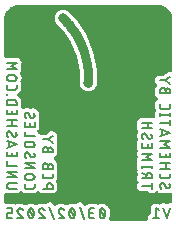
<source format=gbr>
G04 EAGLE Gerber RS-274X export*
G75*
%MOMM*%
%FSLAX34Y34*%
%LPD*%
%INBottom Copper*%
%IPPOS*%
%AMOC8*
5,1,8,0,0,1.08239X$1,22.5*%
G01*
%ADD10C,0.177800*%
%ADD11C,0.800000*%
%ADD12C,0.800000*%

G36*
X124410Y3814D02*
X124410Y3814D01*
X124436Y3812D01*
X124583Y3834D01*
X124730Y3851D01*
X124755Y3859D01*
X124781Y3863D01*
X124918Y3918D01*
X125058Y3968D01*
X125080Y3982D01*
X125104Y3992D01*
X125226Y4077D01*
X125351Y4157D01*
X125369Y4176D01*
X125391Y4191D01*
X125490Y4301D01*
X125593Y4408D01*
X125607Y4430D01*
X125624Y4450D01*
X125696Y4580D01*
X125772Y4707D01*
X125780Y4732D01*
X125793Y4755D01*
X125833Y4898D01*
X125878Y5039D01*
X125880Y5065D01*
X125887Y5090D01*
X125907Y5334D01*
X125907Y7520D01*
X127789Y9402D01*
X127868Y9501D01*
X127952Y9595D01*
X127976Y9637D01*
X128006Y9675D01*
X128060Y9789D01*
X128121Y9900D01*
X128134Y9947D01*
X128155Y9990D01*
X128181Y10114D01*
X128216Y10236D01*
X128221Y10296D01*
X128228Y10331D01*
X128227Y10379D01*
X128235Y10479D01*
X128235Y13969D01*
X128230Y14018D01*
X128226Y14137D01*
X128074Y15509D01*
X128087Y15530D01*
X128100Y15570D01*
X128121Y15607D01*
X128157Y15735D01*
X128200Y15860D01*
X128201Y15867D01*
X129175Y16841D01*
X129206Y16881D01*
X129287Y16967D01*
X130150Y18045D01*
X130174Y18051D01*
X130212Y18070D01*
X130253Y18081D01*
X130368Y18146D01*
X130487Y18204D01*
X130493Y18209D01*
X131871Y18209D01*
X131920Y18214D01*
X132039Y18218D01*
X133411Y18371D01*
X133432Y18357D01*
X133472Y18344D01*
X133509Y18323D01*
X133637Y18287D01*
X133762Y18244D01*
X133769Y18243D01*
X134158Y17854D01*
X134176Y17840D01*
X134190Y17823D01*
X134312Y17732D01*
X134431Y17638D01*
X134452Y17628D01*
X134470Y17615D01*
X134609Y17554D01*
X134746Y17489D01*
X134768Y17484D01*
X134789Y17475D01*
X134939Y17448D01*
X135087Y17416D01*
X135110Y17416D01*
X135132Y17412D01*
X135284Y17419D01*
X135436Y17421D01*
X135457Y17427D01*
X135480Y17428D01*
X135717Y17486D01*
X138825Y18522D01*
X140636Y17617D01*
X140692Y17597D01*
X140745Y17568D01*
X140855Y17537D01*
X140963Y17498D01*
X141023Y17491D01*
X141081Y17475D01*
X141196Y17470D01*
X141309Y17456D01*
X141369Y17463D01*
X141429Y17460D01*
X141542Y17482D01*
X141656Y17494D01*
X141712Y17514D01*
X141771Y17526D01*
X141960Y17602D01*
X141984Y17610D01*
X141990Y17614D01*
X141998Y17617D01*
X143809Y18522D01*
X144184Y18397D01*
X144279Y18377D01*
X144371Y18348D01*
X144449Y18342D01*
X144525Y18326D01*
X144622Y18328D01*
X144718Y18320D01*
X144796Y18332D01*
X144874Y18333D01*
X144967Y18357D01*
X145063Y18372D01*
X145136Y18401D01*
X145211Y18420D01*
X145297Y18465D01*
X145387Y18500D01*
X145451Y18545D01*
X145520Y18581D01*
X145594Y18644D01*
X145673Y18699D01*
X145725Y18757D01*
X145785Y18808D01*
X145842Y18886D01*
X145906Y18958D01*
X145944Y19027D01*
X145990Y19090D01*
X146028Y19179D01*
X146075Y19263D01*
X146096Y19338D01*
X146127Y19410D01*
X146143Y19506D01*
X146170Y19599D01*
X146178Y19705D01*
X146187Y19754D01*
X146185Y19787D01*
X146189Y19842D01*
X146189Y25817D01*
X146178Y25916D01*
X146176Y26017D01*
X146158Y26089D01*
X146149Y26163D01*
X146116Y26257D01*
X146091Y26355D01*
X146057Y26421D01*
X146032Y26491D01*
X145977Y26575D01*
X145931Y26665D01*
X145883Y26721D01*
X145843Y26784D01*
X145771Y26853D01*
X145705Y26930D01*
X145646Y26974D01*
X145592Y27026D01*
X145506Y27077D01*
X145425Y27137D01*
X145357Y27167D01*
X145293Y27205D01*
X145198Y27235D01*
X145105Y27275D01*
X145032Y27288D01*
X144961Y27311D01*
X144861Y27319D01*
X144762Y27337D01*
X144688Y27333D01*
X144614Y27339D01*
X144515Y27324D01*
X144414Y27319D01*
X144343Y27298D01*
X144269Y27287D01*
X144176Y27250D01*
X144079Y27222D01*
X144014Y27186D01*
X144010Y27184D01*
X140578Y27184D01*
X140496Y27249D01*
X140469Y27262D01*
X140445Y27279D01*
X140312Y27336D01*
X140181Y27398D01*
X140152Y27404D01*
X140125Y27416D01*
X139982Y27441D01*
X139840Y27471D01*
X139811Y27471D01*
X139782Y27476D01*
X139637Y27468D01*
X139492Y27466D01*
X139463Y27458D01*
X139434Y27457D01*
X139295Y27416D01*
X139154Y27381D01*
X139127Y27367D01*
X139099Y27359D01*
X138973Y27287D01*
X138844Y27221D01*
X138821Y27202D01*
X138796Y27187D01*
X138610Y27028D01*
X138541Y26958D01*
X135279Y26944D01*
X134121Y28093D01*
X133954Y28258D01*
X133936Y28272D01*
X133921Y28290D01*
X133799Y28380D01*
X133680Y28473D01*
X133659Y28483D01*
X133641Y28497D01*
X133502Y28557D01*
X133365Y28621D01*
X133342Y28626D01*
X133321Y28635D01*
X133172Y28662D01*
X133024Y28693D01*
X133001Y28693D01*
X132978Y28697D01*
X132826Y28689D01*
X132675Y28686D01*
X132653Y28680D01*
X132630Y28679D01*
X132484Y28637D01*
X132338Y28599D01*
X132317Y28589D01*
X132295Y28582D01*
X132163Y28508D01*
X132028Y28438D01*
X132011Y28423D01*
X131991Y28412D01*
X131804Y28254D01*
X130502Y26951D01*
X127240Y26951D01*
X125358Y28833D01*
X125259Y28912D01*
X125165Y28997D01*
X125123Y29020D01*
X125085Y29050D01*
X124971Y29104D01*
X124860Y29165D01*
X124813Y29178D01*
X124770Y29199D01*
X124646Y29226D01*
X124524Y29260D01*
X124464Y29265D01*
X124429Y29272D01*
X124381Y29272D01*
X124281Y29280D01*
X118858Y29280D01*
X116551Y31586D01*
X116551Y34848D01*
X117145Y35443D01*
X117162Y35463D01*
X117182Y35480D01*
X117270Y35599D01*
X117362Y35716D01*
X117373Y35739D01*
X117389Y35760D01*
X117448Y35896D01*
X117511Y36031D01*
X117517Y36056D01*
X117527Y36080D01*
X117553Y36226D01*
X117584Y36371D01*
X117584Y36398D01*
X117589Y36423D01*
X117581Y36572D01*
X117578Y36720D01*
X117572Y36745D01*
X117571Y36771D01*
X117530Y36914D01*
X117493Y37058D01*
X117481Y37081D01*
X117474Y37106D01*
X117402Y37236D01*
X117334Y37368D01*
X117317Y37388D01*
X117304Y37411D01*
X117145Y37597D01*
X116551Y38191D01*
X116551Y41467D01*
X116604Y41537D01*
X116699Y41657D01*
X116708Y41677D01*
X116722Y41695D01*
X116783Y41835D01*
X116848Y41972D01*
X116852Y41994D01*
X116861Y42015D01*
X116889Y42164D01*
X116921Y42313D01*
X116921Y42335D01*
X116925Y42357D01*
X116918Y42509D01*
X116915Y42661D01*
X116910Y42683D01*
X116909Y42705D01*
X116850Y42943D01*
X116238Y44781D01*
X116527Y45360D01*
X116572Y45482D01*
X116623Y45602D01*
X116631Y45646D01*
X116646Y45688D01*
X116662Y45817D01*
X116685Y45945D01*
X116683Y45990D01*
X116688Y46034D01*
X116674Y46163D01*
X116667Y46293D01*
X116655Y46336D01*
X116650Y46380D01*
X116607Y46503D01*
X116571Y46628D01*
X116551Y46663D01*
X116551Y56438D01*
X116637Y56524D01*
X116653Y56545D01*
X116673Y56562D01*
X116762Y56681D01*
X116854Y56797D01*
X116865Y56821D01*
X116881Y56842D01*
X116939Y56978D01*
X117003Y57112D01*
X117008Y57138D01*
X117019Y57162D01*
X117045Y57308D01*
X117076Y57453D01*
X117076Y57479D01*
X117080Y57505D01*
X117073Y57653D01*
X117070Y57801D01*
X117064Y57827D01*
X117062Y57853D01*
X117021Y57995D01*
X116985Y58139D01*
X116973Y58163D01*
X116966Y58188D01*
X116893Y58317D01*
X116825Y58449D01*
X116808Y58469D01*
X116796Y58492D01*
X116637Y58678D01*
X116551Y58764D01*
X116551Y62041D01*
X116602Y62110D01*
X116695Y62226D01*
X116706Y62250D01*
X116721Y62271D01*
X116780Y62407D01*
X116843Y62541D01*
X116849Y62567D01*
X116859Y62591D01*
X116886Y62737D01*
X116917Y62882D01*
X116916Y62908D01*
X116921Y62934D01*
X116913Y63082D01*
X116911Y63230D01*
X116904Y63256D01*
X116903Y63282D01*
X116862Y63424D01*
X116826Y63568D01*
X116814Y63591D01*
X116807Y63617D01*
X116734Y63746D01*
X116666Y63878D01*
X116649Y63898D01*
X116636Y63921D01*
X116551Y64021D01*
X116551Y71021D01*
X116756Y71226D01*
X116805Y71287D01*
X116861Y71342D01*
X116913Y71423D01*
X116973Y71499D01*
X117006Y71570D01*
X117048Y71635D01*
X117080Y71727D01*
X117122Y71814D01*
X117138Y71891D01*
X117164Y71964D01*
X117175Y72060D01*
X117195Y72155D01*
X117194Y72233D01*
X117202Y72310D01*
X117191Y72407D01*
X117189Y72503D01*
X117170Y72579D01*
X117161Y72657D01*
X117116Y72795D01*
X117104Y72841D01*
X117095Y72859D01*
X117085Y72889D01*
X116708Y73796D01*
X116707Y73796D01*
X116707Y73797D01*
X116631Y73932D01*
X116551Y74075D01*
X116551Y75745D01*
X116551Y77386D01*
X116562Y77400D01*
X116618Y77454D01*
X116702Y77575D01*
X116731Y77612D01*
X116739Y77630D01*
X116757Y77655D01*
X117125Y78293D01*
X117126Y78295D01*
X117127Y78296D01*
X117193Y78450D01*
X117264Y78613D01*
X117264Y78615D01*
X117265Y78616D01*
X117295Y78785D01*
X117326Y78956D01*
X117326Y78957D01*
X117326Y78959D01*
X117317Y79131D01*
X117309Y79304D01*
X117308Y79306D01*
X117308Y79307D01*
X117261Y79470D01*
X117213Y79639D01*
X117212Y79641D01*
X117212Y79642D01*
X117128Y79792D01*
X117043Y79944D01*
X117042Y79945D01*
X117042Y79946D01*
X116883Y80132D01*
X116551Y80464D01*
X116551Y83980D01*
X116553Y83985D01*
X116579Y84131D01*
X116610Y84275D01*
X116610Y84301D01*
X116615Y84328D01*
X116607Y84475D01*
X116604Y84623D01*
X116598Y84649D01*
X116597Y84676D01*
X116556Y84818D01*
X116551Y84835D01*
X116551Y88383D01*
X118858Y90690D01*
X130268Y90690D01*
X130294Y90693D01*
X130320Y90690D01*
X130467Y90712D01*
X130614Y90729D01*
X130639Y90738D01*
X130665Y90742D01*
X130803Y90797D01*
X130942Y90847D01*
X130964Y90861D01*
X130989Y90871D01*
X131110Y90955D01*
X131235Y91036D01*
X131253Y91055D01*
X131275Y91070D01*
X131374Y91180D01*
X131477Y91287D01*
X131491Y91309D01*
X131508Y91329D01*
X131580Y91458D01*
X131656Y91586D01*
X131664Y91611D01*
X131677Y91634D01*
X131717Y91777D01*
X131762Y91918D01*
X131764Y91944D01*
X131772Y91969D01*
X131791Y92213D01*
X131791Y96130D01*
X131950Y96288D01*
X131950Y96289D01*
X131952Y96290D01*
X132059Y96426D01*
X132166Y96561D01*
X132167Y96563D01*
X132168Y96564D01*
X132236Y96708D01*
X132315Y96876D01*
X132315Y96878D01*
X132316Y96879D01*
X132349Y97035D01*
X132389Y97217D01*
X132388Y97218D01*
X132389Y97220D01*
X132385Y97395D01*
X132383Y97565D01*
X132382Y97567D01*
X132382Y97568D01*
X132340Y97735D01*
X132298Y97903D01*
X132297Y97905D01*
X132297Y97906D01*
X132192Y98127D01*
X131996Y98465D01*
X131951Y98527D01*
X131913Y98594D01*
X131817Y98707D01*
X131791Y98741D01*
X131791Y103868D01*
X133750Y105827D01*
X133767Y105848D01*
X133787Y105865D01*
X133875Y105984D01*
X133967Y106100D01*
X133978Y106124D01*
X133994Y106145D01*
X134053Y106281D01*
X134116Y106415D01*
X134121Y106441D01*
X134132Y106465D01*
X134158Y106611D01*
X134189Y106756D01*
X134189Y106782D01*
X134193Y106808D01*
X134186Y106957D01*
X134183Y107105D01*
X134177Y107130D01*
X134176Y107156D01*
X134134Y107299D01*
X134098Y107443D01*
X134086Y107466D01*
X134079Y107491D01*
X134006Y107621D01*
X133939Y107752D01*
X133922Y107772D01*
X133909Y107795D01*
X133750Y107982D01*
X131791Y109941D01*
X131791Y111638D01*
X131791Y115936D01*
X133112Y117754D01*
X133152Y117825D01*
X133200Y117890D01*
X133237Y117976D01*
X133283Y118058D01*
X133306Y118136D01*
X133338Y118210D01*
X133355Y118302D01*
X133381Y118392D01*
X133386Y118473D01*
X133400Y118553D01*
X133395Y118647D01*
X133400Y118740D01*
X133386Y118820D01*
X133382Y118901D01*
X133356Y118991D01*
X133340Y119083D01*
X133308Y119158D01*
X133286Y119236D01*
X133240Y119318D01*
X133203Y119404D01*
X133155Y119469D01*
X133115Y119540D01*
X133026Y119645D01*
X132997Y119685D01*
X132980Y119700D01*
X132957Y119727D01*
X131791Y120892D01*
X131791Y124154D01*
X134098Y126461D01*
X138420Y126461D01*
X138592Y126481D01*
X138759Y126499D01*
X138762Y126500D01*
X138766Y126501D01*
X138928Y126559D01*
X139088Y126615D01*
X139091Y126617D01*
X139094Y126618D01*
X139106Y126626D01*
X139298Y126740D01*
X143173Y129475D01*
X144407Y129262D01*
X144563Y129253D01*
X144718Y129241D01*
X144737Y129243D01*
X144755Y129242D01*
X144908Y129269D01*
X145063Y129292D01*
X145080Y129299D01*
X145098Y129303D01*
X145242Y129363D01*
X145387Y129421D01*
X145402Y129432D01*
X145419Y129439D01*
X145545Y129531D01*
X145673Y129620D01*
X145685Y129634D01*
X145700Y129645D01*
X145802Y129763D01*
X145906Y129879D01*
X145915Y129895D01*
X145927Y129909D01*
X146000Y130048D01*
X146075Y130184D01*
X146080Y130202D01*
X146089Y130218D01*
X146127Y130369D01*
X146170Y130519D01*
X146171Y130542D01*
X146175Y130556D01*
X146176Y130599D01*
X146189Y130763D01*
X146189Y175000D01*
X146184Y175048D01*
X146182Y175149D01*
X145996Y177035D01*
X145975Y177135D01*
X145963Y177236D01*
X145933Y177329D01*
X145923Y177376D01*
X145907Y177409D01*
X145888Y177469D01*
X144444Y180953D01*
X144443Y180955D01*
X144443Y180957D01*
X144360Y181105D01*
X144275Y181258D01*
X144274Y181259D01*
X144273Y181261D01*
X144114Y181447D01*
X141447Y184114D01*
X141446Y184115D01*
X141444Y184117D01*
X141306Y184226D01*
X141174Y184331D01*
X141172Y184332D01*
X141171Y184333D01*
X140953Y184444D01*
X137469Y185888D01*
X137371Y185916D01*
X137276Y185953D01*
X137180Y185970D01*
X137134Y185983D01*
X137097Y185985D01*
X137035Y185996D01*
X135149Y186182D01*
X135101Y186181D01*
X135000Y186189D01*
X15000Y186189D01*
X14952Y186184D01*
X14851Y186182D01*
X12965Y185996D01*
X12865Y185975D01*
X12764Y185963D01*
X12671Y185933D01*
X12624Y185923D01*
X12591Y185907D01*
X12531Y185888D01*
X9047Y184444D01*
X9045Y184443D01*
X9043Y184443D01*
X8891Y184357D01*
X8742Y184275D01*
X8741Y184274D01*
X8739Y184273D01*
X8553Y184114D01*
X5886Y181447D01*
X5885Y181446D01*
X5883Y181444D01*
X5776Y181309D01*
X5669Y181174D01*
X5668Y181172D01*
X5667Y181171D01*
X5556Y180953D01*
X4112Y177469D01*
X4084Y177371D01*
X4047Y177276D01*
X4030Y177180D01*
X4017Y177134D01*
X4015Y177097D01*
X4004Y177035D01*
X3818Y175149D01*
X3819Y175101D01*
X3811Y175000D01*
X3811Y142970D01*
X3814Y142944D01*
X3812Y142918D01*
X3834Y142771D01*
X3851Y142624D01*
X3859Y142599D01*
X3863Y142573D01*
X3918Y142436D01*
X3968Y142296D01*
X3982Y142274D01*
X3992Y142250D01*
X4077Y142128D01*
X4157Y142003D01*
X4176Y141985D01*
X4191Y141963D01*
X4301Y141864D01*
X4408Y141761D01*
X4430Y141748D01*
X4450Y141730D01*
X4580Y141658D01*
X4707Y141582D01*
X4732Y141574D01*
X4755Y141561D01*
X4898Y141521D01*
X5039Y141476D01*
X5065Y141474D01*
X5090Y141467D01*
X5334Y141447D01*
X12758Y141447D01*
X12872Y141460D01*
X12987Y141464D01*
X13045Y141480D01*
X13105Y141487D01*
X13213Y141526D01*
X13323Y141556D01*
X13393Y141590D01*
X13433Y141604D01*
X13469Y141628D01*
X13542Y141664D01*
X13644Y141725D01*
X14574Y141493D01*
X14638Y141484D01*
X14699Y141467D01*
X14885Y141452D01*
X14919Y141447D01*
X14929Y141448D01*
X14943Y141447D01*
X15902Y141447D01*
X15986Y141363D01*
X16075Y141292D01*
X16159Y141214D01*
X16212Y141184D01*
X16259Y141147D01*
X16362Y141098D01*
X16462Y141041D01*
X16535Y141016D01*
X16574Y140998D01*
X16617Y140989D01*
X16694Y140963D01*
X16808Y140934D01*
X17302Y140112D01*
X17341Y140061D01*
X17372Y140005D01*
X17442Y139923D01*
X17460Y139896D01*
X17478Y139880D01*
X17493Y139863D01*
X17514Y139835D01*
X17521Y139829D01*
X17531Y139818D01*
X18209Y139140D01*
X18209Y139022D01*
X18222Y138908D01*
X18226Y138794D01*
X18242Y138735D01*
X18249Y138676D01*
X18287Y138568D01*
X18317Y138457D01*
X18352Y138388D01*
X18366Y138348D01*
X18390Y138311D01*
X18426Y138238D01*
X18487Y138137D01*
X18254Y137206D01*
X18246Y137143D01*
X18228Y137081D01*
X18213Y136895D01*
X18209Y136861D01*
X18210Y136851D01*
X18209Y136837D01*
X18209Y135878D01*
X18125Y135795D01*
X18099Y135761D01*
X18089Y135753D01*
X18047Y135697D01*
X17966Y135608D01*
X17959Y135595D01*
X17954Y135589D01*
X17936Y135557D01*
X17908Y135522D01*
X17892Y135486D01*
X17882Y135472D01*
X17851Y135402D01*
X17796Y135304D01*
X17791Y135289D01*
X17788Y135282D01*
X17780Y135255D01*
X17776Y135241D01*
X17759Y135206D01*
X17752Y135172D01*
X17743Y135152D01*
X17739Y135129D01*
X17720Y135071D01*
X17720Y135069D01*
X17712Y135007D01*
X17696Y134946D01*
X17694Y134904D01*
X17686Y134866D01*
X17687Y134836D01*
X17682Y134809D01*
X17684Y134769D01*
X17678Y134723D01*
X17685Y134661D01*
X17683Y134598D01*
X17692Y134543D01*
X17692Y134517D01*
X17698Y134493D01*
X17700Y134461D01*
X17710Y134425D01*
X17713Y134408D01*
X17716Y134377D01*
X17719Y134369D01*
X17721Y134356D01*
X17722Y134354D01*
X17757Y134257D01*
X17777Y134179D01*
X17786Y134161D01*
X17796Y134127D01*
X17819Y134087D01*
X17832Y134048D01*
X17837Y134040D01*
X17842Y134027D01*
X17904Y133934D01*
X17937Y133869D01*
X17947Y133857D01*
X17966Y133822D01*
X18006Y133776D01*
X18020Y133754D01*
X18025Y133749D01*
X18034Y133736D01*
X18067Y133705D01*
X18125Y133636D01*
X18209Y133552D01*
X18209Y132594D01*
X18216Y132530D01*
X18214Y132465D01*
X18245Y132282D01*
X18249Y132247D01*
X18252Y132238D01*
X18254Y132224D01*
X18487Y131294D01*
X18426Y131192D01*
X18379Y131088D01*
X18323Y130988D01*
X18307Y130930D01*
X18282Y130875D01*
X18260Y130763D01*
X18228Y130653D01*
X18222Y130575D01*
X18214Y130533D01*
X18215Y130490D01*
X18209Y130409D01*
X18209Y130290D01*
X17731Y129812D01*
X17720Y129799D01*
X17708Y129789D01*
X17612Y129663D01*
X17514Y129539D01*
X17507Y129524D01*
X17497Y129511D01*
X17433Y129367D01*
X17365Y129224D01*
X17362Y129208D01*
X17355Y129193D01*
X17325Y129037D01*
X17320Y129016D01*
X17319Y129012D01*
X17319Y129010D01*
X17292Y128883D01*
X17292Y128867D01*
X17289Y128851D01*
X17294Y128706D01*
X17291Y128665D01*
X17296Y128633D01*
X17298Y128535D01*
X17302Y128519D01*
X17302Y128502D01*
X17338Y128352D01*
X17343Y128320D01*
X17350Y128303D01*
X17359Y128264D01*
X18531Y124657D01*
X17604Y121804D01*
X17601Y121787D01*
X17594Y121772D01*
X17566Y121616D01*
X17535Y121462D01*
X17535Y121445D01*
X17533Y121429D01*
X17541Y121271D01*
X17545Y121114D01*
X17550Y121098D01*
X17550Y121081D01*
X17594Y120929D01*
X17635Y120777D01*
X17642Y120762D01*
X17647Y120746D01*
X17724Y120609D01*
X17798Y120469D01*
X17809Y120457D01*
X17817Y120442D01*
X17976Y120256D01*
X18209Y120023D01*
X18209Y118791D01*
X18209Y116556D01*
X18209Y114888D01*
X18198Y114874D01*
X18142Y114821D01*
X18059Y114699D01*
X18029Y114662D01*
X18021Y114644D01*
X18004Y114619D01*
X16655Y112283D01*
X15616Y111683D01*
X15555Y111638D01*
X15489Y111601D01*
X15416Y111535D01*
X15336Y111476D01*
X15287Y111418D01*
X15231Y111367D01*
X15175Y111286D01*
X15111Y111210D01*
X15076Y111142D01*
X15033Y111080D01*
X14997Y110988D01*
X14952Y110900D01*
X14934Y110826D01*
X14906Y110756D01*
X14892Y110658D01*
X14868Y110562D01*
X14866Y110486D01*
X14855Y110411D01*
X14864Y110312D01*
X14862Y110213D01*
X14878Y110139D01*
X14885Y110064D01*
X14915Y109969D01*
X14936Y109873D01*
X14969Y109804D01*
X14992Y109732D01*
X15043Y109647D01*
X15086Y109558D01*
X15133Y109499D01*
X15172Y109434D01*
X15241Y109363D01*
X15303Y109285D01*
X15362Y109238D01*
X15415Y109184D01*
X15539Y109098D01*
X15576Y109069D01*
X15593Y109061D01*
X15616Y109045D01*
X16530Y108518D01*
X18174Y105670D01*
X18209Y105623D01*
X18209Y100040D01*
X18217Y99965D01*
X18216Y99889D01*
X18237Y99793D01*
X18249Y99694D01*
X18274Y99623D01*
X18290Y99549D01*
X18333Y99460D01*
X18366Y99366D01*
X18407Y99302D01*
X18440Y99234D01*
X18501Y99157D01*
X18555Y99073D01*
X18610Y99021D01*
X18657Y98961D01*
X18735Y98900D01*
X18806Y98831D01*
X18871Y98792D01*
X18930Y98745D01*
X19020Y98703D01*
X19105Y98652D01*
X19177Y98629D01*
X19246Y98597D01*
X19342Y98576D01*
X19437Y98546D01*
X19512Y98540D01*
X19586Y98524D01*
X19686Y98526D01*
X19784Y98518D01*
X19859Y98529D01*
X19935Y98531D01*
X20031Y98555D01*
X20129Y98570D01*
X20199Y98598D01*
X20273Y98616D01*
X20409Y98681D01*
X20453Y98699D01*
X20468Y98709D01*
X20494Y98721D01*
X21082Y99061D01*
X21144Y99107D01*
X21211Y99145D01*
X21324Y99240D01*
X21359Y99266D01*
X24631Y99266D01*
X24652Y99250D01*
X24709Y99192D01*
X24824Y99114D01*
X24862Y99083D01*
X24882Y99074D01*
X24910Y99054D01*
X25703Y98601D01*
X25763Y98576D01*
X25818Y98542D01*
X25922Y98508D01*
X26024Y98464D01*
X26087Y98453D01*
X26149Y98433D01*
X26258Y98423D01*
X26367Y98403D01*
X26431Y98407D01*
X26496Y98401D01*
X26605Y98416D01*
X26715Y98422D01*
X26777Y98440D01*
X26841Y98449D01*
X26944Y98489D01*
X27049Y98520D01*
X27106Y98551D01*
X27166Y98575D01*
X27322Y98673D01*
X27353Y98691D01*
X27360Y98697D01*
X27373Y98705D01*
X27755Y98992D01*
X30984Y98530D01*
X31963Y97226D01*
X31963Y97225D01*
X32686Y96261D01*
X33122Y94952D01*
X33146Y94901D01*
X33162Y94847D01*
X33220Y94744D01*
X33270Y94636D01*
X33304Y94592D01*
X33332Y94543D01*
X33449Y94406D01*
X33449Y91127D01*
X33438Y91113D01*
X33382Y91059D01*
X33299Y90937D01*
X33269Y90900D01*
X33261Y90882D01*
X33244Y90858D01*
X33129Y90659D01*
X33128Y90657D01*
X33127Y90656D01*
X33060Y90500D01*
X32990Y90339D01*
X32990Y90338D01*
X32989Y90336D01*
X32957Y90159D01*
X32928Y89996D01*
X32928Y89995D01*
X32928Y89993D01*
X32937Y89818D01*
X32945Y89648D01*
X32945Y89647D01*
X32945Y89645D01*
X32993Y89481D01*
X33041Y89313D01*
X33042Y89312D01*
X33042Y89310D01*
X33127Y89158D01*
X33211Y89008D01*
X33211Y89007D01*
X33212Y89006D01*
X33371Y88820D01*
X33449Y88742D01*
X33449Y81754D01*
X32195Y80500D01*
X32178Y80480D01*
X32158Y80463D01*
X32070Y80343D01*
X31978Y80227D01*
X31967Y80204D01*
X31951Y80182D01*
X31892Y80046D01*
X31829Y79912D01*
X31823Y79886D01*
X31813Y79862D01*
X31787Y79716D01*
X31756Y79571D01*
X31756Y79545D01*
X31751Y79519D01*
X31759Y79371D01*
X31762Y79223D01*
X31768Y79198D01*
X31769Y79171D01*
X31810Y79029D01*
X31847Y78885D01*
X31859Y78862D01*
X31866Y78836D01*
X31938Y78707D01*
X32006Y78575D01*
X32023Y78555D01*
X32036Y78532D01*
X32195Y78346D01*
X33531Y77009D01*
X33630Y76931D01*
X33724Y76846D01*
X33767Y76822D01*
X33804Y76792D01*
X33919Y76739D01*
X34029Y76677D01*
X34076Y76664D01*
X34120Y76644D01*
X34243Y76617D01*
X34365Y76583D01*
X34425Y76578D01*
X34460Y76570D01*
X34508Y76571D01*
X34609Y76563D01*
X39060Y76563D01*
X39232Y76583D01*
X39399Y76601D01*
X39402Y76602D01*
X39406Y76603D01*
X39568Y76661D01*
X39728Y76717D01*
X39731Y76719D01*
X39734Y76720D01*
X39746Y76728D01*
X39938Y76842D01*
X43813Y79577D01*
X47027Y79023D01*
X48909Y76358D01*
X48310Y72884D01*
X48302Y72747D01*
X48288Y72610D01*
X48292Y72564D01*
X48290Y72536D01*
X48299Y72487D01*
X48310Y72366D01*
X48909Y68893D01*
X48353Y68106D01*
X48293Y67996D01*
X48226Y67889D01*
X48209Y67843D01*
X48186Y67800D01*
X48152Y67679D01*
X48111Y67560D01*
X48106Y67511D01*
X48093Y67464D01*
X48088Y67339D01*
X48074Y67214D01*
X48080Y67165D01*
X48078Y67116D01*
X48102Y66993D01*
X48117Y66868D01*
X48134Y66822D01*
X48143Y66774D01*
X48194Y66659D01*
X48238Y66541D01*
X48270Y66488D01*
X48285Y66455D01*
X48314Y66417D01*
X48365Y66332D01*
X48689Y65887D01*
X48689Y60043D01*
X46033Y57387D01*
X46011Y57359D01*
X45984Y57335D01*
X45903Y57223D01*
X45817Y57114D01*
X45801Y57082D01*
X45780Y57052D01*
X45727Y56924D01*
X45668Y56799D01*
X45660Y56764D01*
X45646Y56731D01*
X45623Y56593D01*
X45594Y56458D01*
X45595Y56422D01*
X45589Y56387D01*
X45598Y56248D01*
X45600Y56110D01*
X45609Y56075D01*
X45611Y56039D01*
X45651Y55906D01*
X45685Y55772D01*
X45702Y55740D01*
X45712Y55706D01*
X45781Y55585D01*
X45845Y55462D01*
X45868Y55435D01*
X45886Y55404D01*
X45981Y55302D01*
X46071Y55197D01*
X46100Y55175D01*
X46124Y55149D01*
X46239Y55072D01*
X46351Y54989D01*
X46384Y54975D01*
X46414Y54955D01*
X46457Y54937D01*
X48689Y51866D01*
X48689Y43595D01*
X48689Y43594D01*
X48689Y41452D01*
X48689Y39692D01*
X48678Y39678D01*
X48622Y39624D01*
X48538Y39503D01*
X48509Y39465D01*
X48501Y39448D01*
X48484Y39423D01*
X47728Y38114D01*
X47705Y38062D01*
X47675Y38014D01*
X47636Y37902D01*
X47589Y37794D01*
X47579Y37738D01*
X47560Y37685D01*
X47548Y37567D01*
X47527Y37451D01*
X47530Y37395D01*
X47524Y37338D01*
X47538Y37221D01*
X47544Y37103D01*
X47560Y37049D01*
X47567Y36992D01*
X47607Y36881D01*
X47640Y36768D01*
X47667Y36719D01*
X47687Y36665D01*
X47802Y36478D01*
X47810Y36463D01*
X47812Y36461D01*
X47814Y36457D01*
X48689Y35253D01*
X48689Y29258D01*
X46382Y26951D01*
X34738Y26951D01*
X33538Y28151D01*
X33537Y28152D01*
X33536Y28153D01*
X33401Y28259D01*
X33265Y28367D01*
X33264Y28368D01*
X33263Y28369D01*
X33107Y28442D01*
X32950Y28516D01*
X32949Y28517D01*
X32948Y28517D01*
X32768Y28556D01*
X32610Y28590D01*
X32608Y28590D01*
X32607Y28590D01*
X32425Y28587D01*
X32261Y28584D01*
X32260Y28583D01*
X32258Y28583D01*
X32094Y28542D01*
X31923Y28499D01*
X31922Y28498D01*
X31921Y28498D01*
X31700Y28393D01*
X29558Y27157D01*
X29496Y27111D01*
X29429Y27073D01*
X29316Y26977D01*
X29281Y26951D01*
X21351Y26951D01*
X21337Y26962D01*
X21283Y27018D01*
X21162Y27101D01*
X21125Y27131D01*
X21107Y27139D01*
X21082Y27156D01*
X18940Y28393D01*
X18939Y28393D01*
X18938Y28394D01*
X18777Y28464D01*
X18621Y28532D01*
X18619Y28532D01*
X18618Y28532D01*
X18447Y28563D01*
X18278Y28594D01*
X18276Y28594D01*
X18275Y28594D01*
X18104Y28585D01*
X17930Y28577D01*
X17928Y28576D01*
X17927Y28576D01*
X17761Y28528D01*
X17595Y28481D01*
X17593Y28480D01*
X17592Y28480D01*
X17436Y28392D01*
X17290Y28311D01*
X17289Y28310D01*
X17288Y28309D01*
X17102Y28151D01*
X15902Y26951D01*
X6168Y26951D01*
X6094Y26993D01*
X5961Y27072D01*
X5943Y27078D01*
X5926Y27088D01*
X5777Y27131D01*
X5629Y27178D01*
X5610Y27180D01*
X5591Y27185D01*
X5436Y27194D01*
X5282Y27206D01*
X5263Y27204D01*
X5243Y27205D01*
X5090Y27178D01*
X4937Y27155D01*
X4919Y27148D01*
X4900Y27144D01*
X4758Y27083D01*
X4613Y27026D01*
X4597Y27015D01*
X4580Y27007D01*
X4455Y26916D01*
X4327Y26827D01*
X4314Y26813D01*
X4299Y26801D01*
X4198Y26684D01*
X4094Y26568D01*
X4084Y26551D01*
X4072Y26537D01*
X4000Y26399D01*
X3925Y26263D01*
X3920Y26245D01*
X3911Y26228D01*
X3873Y26077D01*
X3830Y25928D01*
X3828Y25905D01*
X3825Y25890D01*
X3824Y25846D01*
X3811Y25684D01*
X3811Y19732D01*
X3814Y19706D01*
X3812Y19680D01*
X3834Y19533D01*
X3851Y19386D01*
X3859Y19361D01*
X3863Y19335D01*
X3918Y19197D01*
X3968Y19058D01*
X3982Y19036D01*
X3992Y19011D01*
X4077Y18890D01*
X4157Y18765D01*
X4176Y18747D01*
X4191Y18725D01*
X4301Y18626D01*
X4408Y18523D01*
X4430Y18509D01*
X4450Y18492D01*
X4580Y18420D01*
X4707Y18344D01*
X4732Y18336D01*
X4755Y18323D01*
X4898Y18283D01*
X5039Y18238D01*
X5065Y18236D01*
X5090Y18228D01*
X5334Y18209D01*
X12177Y18209D01*
X12571Y17814D01*
X12572Y17814D01*
X12573Y17813D01*
X12700Y17712D01*
X12844Y17598D01*
X12845Y17597D01*
X12846Y17596D01*
X12999Y17524D01*
X13159Y17449D01*
X13160Y17449D01*
X13162Y17448D01*
X13335Y17411D01*
X13500Y17376D01*
X13501Y17376D01*
X13502Y17375D01*
X13685Y17379D01*
X13848Y17382D01*
X13849Y17382D01*
X13851Y17382D01*
X14024Y17426D01*
X14186Y17467D01*
X14187Y17467D01*
X14189Y17467D01*
X14410Y17572D01*
X15304Y18089D01*
X15366Y18135D01*
X15433Y18172D01*
X15476Y18209D01*
X18765Y18209D01*
X18860Y18134D01*
X18980Y18034D01*
X18999Y18023D01*
X19010Y18014D01*
X19049Y17996D01*
X19195Y17916D01*
X21184Y17030D01*
X21192Y17025D01*
X21236Y16986D01*
X21337Y16931D01*
X21435Y16869D01*
X21490Y16849D01*
X21543Y16821D01*
X21654Y16790D01*
X21763Y16751D01*
X21822Y16745D01*
X21879Y16729D01*
X21994Y16725D01*
X22109Y16712D01*
X22168Y16719D01*
X22227Y16717D01*
X22340Y16739D01*
X22455Y16752D01*
X22511Y16772D01*
X22569Y16784D01*
X22674Y16831D01*
X22783Y16870D01*
X22849Y16909D01*
X22887Y16926D01*
X22922Y16953D01*
X22993Y16996D01*
X24691Y18209D01*
X28319Y18209D01*
X29971Y17029D01*
X30015Y17004D01*
X30055Y16973D01*
X30167Y16920D01*
X30276Y16860D01*
X30325Y16846D01*
X30370Y16825D01*
X30492Y16799D01*
X30611Y16765D01*
X30662Y16763D01*
X30711Y16752D01*
X30835Y16754D01*
X30960Y16749D01*
X31009Y16758D01*
X31059Y16759D01*
X31180Y16789D01*
X31302Y16812D01*
X31348Y16832D01*
X31397Y16844D01*
X31618Y16949D01*
X31622Y16951D01*
X33592Y18089D01*
X33654Y18135D01*
X33721Y18172D01*
X33764Y18209D01*
X37076Y18209D01*
X37119Y18184D01*
X37164Y18148D01*
X37270Y18098D01*
X37372Y18040D01*
X37427Y18024D01*
X37479Y17999D01*
X37594Y17975D01*
X37706Y17942D01*
X37764Y17938D01*
X37820Y17926D01*
X37937Y17928D01*
X38054Y17921D01*
X38111Y17931D01*
X38168Y17932D01*
X38282Y17961D01*
X38398Y17981D01*
X38451Y18003D01*
X38506Y18017D01*
X38611Y18071D01*
X38719Y18116D01*
X38765Y18150D01*
X38816Y18177D01*
X38906Y18253D01*
X38929Y18270D01*
X42203Y19460D01*
X45159Y18081D01*
X45385Y17460D01*
X45456Y17317D01*
X45524Y17174D01*
X45534Y17162D01*
X45541Y17148D01*
X45642Y17026D01*
X45742Y16901D01*
X45754Y16892D01*
X45764Y16880D01*
X45890Y16784D01*
X46015Y16685D01*
X46029Y16679D01*
X46041Y16669D01*
X46186Y16605D01*
X46330Y16537D01*
X46346Y16534D01*
X46360Y16527D01*
X46515Y16497D01*
X46671Y16464D01*
X46687Y16464D01*
X46702Y16461D01*
X46860Y16468D01*
X47020Y16471D01*
X47035Y16474D01*
X47050Y16475D01*
X47203Y16517D01*
X47357Y16556D01*
X47374Y16564D01*
X47386Y16567D01*
X47421Y16586D01*
X47578Y16661D01*
X50051Y18089D01*
X50113Y18135D01*
X50180Y18172D01*
X50223Y18209D01*
X53512Y18209D01*
X53607Y18134D01*
X53727Y18034D01*
X53746Y18023D01*
X53757Y18014D01*
X53796Y17996D01*
X53942Y17916D01*
X55931Y17030D01*
X55939Y17025D01*
X55983Y16986D01*
X56084Y16931D01*
X56182Y16869D01*
X56237Y16849D01*
X56290Y16821D01*
X56401Y16790D01*
X56510Y16751D01*
X56569Y16745D01*
X56626Y16729D01*
X56741Y16725D01*
X56856Y16712D01*
X56915Y16719D01*
X56974Y16717D01*
X57087Y16739D01*
X57202Y16752D01*
X57258Y16772D01*
X57316Y16784D01*
X57421Y16831D01*
X57530Y16870D01*
X57596Y16909D01*
X57634Y16926D01*
X57669Y16953D01*
X57740Y16996D01*
X59438Y18209D01*
X63129Y18209D01*
X63157Y18193D01*
X63245Y18168D01*
X63330Y18134D01*
X63412Y18121D01*
X63492Y18098D01*
X63584Y18094D01*
X63674Y18080D01*
X63757Y18086D01*
X63840Y18082D01*
X63930Y18098D01*
X64022Y18105D01*
X64134Y18136D01*
X64183Y18145D01*
X64210Y18157D01*
X64258Y18170D01*
X67806Y19460D01*
X70762Y18081D01*
X70996Y17439D01*
X71025Y17382D01*
X71045Y17320D01*
X71102Y17226D01*
X71151Y17128D01*
X71193Y17078D01*
X71226Y17023D01*
X71304Y16944D01*
X71374Y16860D01*
X71425Y16821D01*
X71471Y16775D01*
X71564Y16715D01*
X71652Y16649D01*
X71711Y16623D01*
X71765Y16588D01*
X71869Y16552D01*
X71970Y16507D01*
X72033Y16495D01*
X72094Y16474D01*
X72204Y16462D01*
X72312Y16441D01*
X72377Y16444D01*
X72441Y16437D01*
X72550Y16450D01*
X72660Y16455D01*
X72723Y16472D01*
X72787Y16480D01*
X72890Y16518D01*
X72996Y16547D01*
X73053Y16578D01*
X73114Y16600D01*
X73272Y16697D01*
X73303Y16714D01*
X73310Y16720D01*
X73323Y16728D01*
X75361Y18209D01*
X81671Y18209D01*
X82163Y17717D01*
X82222Y17670D01*
X82274Y17616D01*
X82358Y17562D01*
X82436Y17500D01*
X82504Y17468D01*
X82567Y17427D01*
X82661Y17394D01*
X82751Y17351D01*
X82824Y17335D01*
X82895Y17310D01*
X82994Y17299D01*
X83092Y17278D01*
X83167Y17279D01*
X83241Y17271D01*
X83340Y17282D01*
X83440Y17284D01*
X83513Y17302D01*
X83587Y17311D01*
X83681Y17345D01*
X83778Y17369D01*
X83845Y17403D01*
X83915Y17429D01*
X84046Y17507D01*
X84088Y17528D01*
X84102Y17540D01*
X84125Y17554D01*
X85041Y18209D01*
X88669Y18209D01*
X91195Y16405D01*
X91280Y16357D01*
X91360Y16302D01*
X91410Y16280D01*
X91419Y16269D01*
X91524Y16180D01*
X91559Y16146D01*
X91579Y16134D01*
X91606Y16111D01*
X91622Y16100D01*
X92101Y14703D01*
X92122Y14658D01*
X92172Y14529D01*
X93121Y12583D01*
X93121Y7577D01*
X92640Y6590D01*
X92594Y6459D01*
X92542Y6331D01*
X92533Y6288D01*
X92524Y6261D01*
X92519Y6212D01*
X92495Y6091D01*
X92430Y5502D01*
X92430Y5392D01*
X92422Y5282D01*
X92431Y5218D01*
X92431Y5154D01*
X92457Y5046D01*
X92473Y4937D01*
X92497Y4877D01*
X92512Y4815D01*
X92561Y4716D01*
X92602Y4613D01*
X92639Y4560D01*
X92668Y4503D01*
X92738Y4418D01*
X92801Y4327D01*
X92849Y4284D01*
X92890Y4234D01*
X92978Y4168D01*
X93060Y4094D01*
X93116Y4062D01*
X93167Y4024D01*
X93268Y3979D01*
X93365Y3925D01*
X93427Y3908D01*
X93486Y3881D01*
X93594Y3860D01*
X93700Y3830D01*
X93784Y3824D01*
X93828Y3815D01*
X93869Y3817D01*
X93944Y3811D01*
X124384Y3811D01*
X124410Y3814D01*
G37*
%LPC*%
G36*
X73598Y113351D02*
X73598Y113351D01*
X71007Y114424D01*
X69024Y116407D01*
X67951Y118998D01*
X67951Y123698D01*
X67948Y123727D01*
X67949Y123773D01*
X67641Y130044D01*
X67636Y130075D01*
X67614Y130266D01*
X65167Y142568D01*
X65159Y142593D01*
X65156Y142621D01*
X65080Y142853D01*
X60281Y154441D01*
X60267Y154465D01*
X60259Y154491D01*
X60140Y154704D01*
X53172Y165133D01*
X53151Y165157D01*
X53034Y165309D01*
X48817Y169962D01*
X48796Y169981D01*
X48766Y170016D01*
X47774Y171007D01*
X46701Y173598D01*
X46701Y176402D01*
X47774Y178993D01*
X49757Y180976D01*
X52348Y182049D01*
X55152Y182049D01*
X57743Y180976D01*
X58734Y179984D01*
X64278Y174441D01*
X72989Y161403D01*
X78990Y146917D01*
X82049Y131538D01*
X82049Y118998D01*
X80976Y116407D01*
X78993Y114424D01*
X76402Y113351D01*
X73598Y113351D01*
G37*
%LPD*%
D10*
X89183Y10080D02*
X89181Y10245D01*
X89175Y10410D01*
X89165Y10574D01*
X89152Y10739D01*
X89134Y10903D01*
X89112Y11066D01*
X89087Y11229D01*
X89057Y11391D01*
X89024Y11553D01*
X88987Y11713D01*
X88946Y11873D01*
X88901Y12032D01*
X88853Y12189D01*
X88801Y12346D01*
X88745Y12501D01*
X88685Y12655D01*
X88622Y12807D01*
X88555Y12958D01*
X88485Y13107D01*
X88456Y13184D01*
X88424Y13260D01*
X88389Y13334D01*
X88349Y13406D01*
X88307Y13476D01*
X88261Y13544D01*
X88212Y13610D01*
X88159Y13674D01*
X88104Y13735D01*
X88046Y13793D01*
X87986Y13848D01*
X87922Y13901D01*
X87856Y13950D01*
X87788Y13996D01*
X87718Y14039D01*
X87646Y14079D01*
X87572Y14115D01*
X87497Y14147D01*
X87420Y14176D01*
X87342Y14201D01*
X87262Y14222D01*
X87182Y14240D01*
X87101Y14253D01*
X87019Y14263D01*
X86937Y14269D01*
X86855Y14271D01*
X86773Y14269D01*
X86691Y14263D01*
X86609Y14253D01*
X86528Y14240D01*
X86448Y14222D01*
X86368Y14201D01*
X86290Y14176D01*
X86213Y14147D01*
X86138Y14115D01*
X86064Y14079D01*
X85992Y14039D01*
X85922Y13996D01*
X85854Y13950D01*
X85788Y13901D01*
X85725Y13848D01*
X85664Y13793D01*
X85606Y13735D01*
X85551Y13674D01*
X85498Y13610D01*
X85449Y13544D01*
X85403Y13476D01*
X85361Y13406D01*
X85322Y13334D01*
X85286Y13260D01*
X85254Y13184D01*
X85225Y13107D01*
X85155Y12958D01*
X85088Y12807D01*
X85025Y12655D01*
X84965Y12501D01*
X84909Y12346D01*
X84857Y12189D01*
X84809Y12032D01*
X84764Y11873D01*
X84723Y11713D01*
X84686Y11553D01*
X84653Y11391D01*
X84623Y11229D01*
X84598Y11066D01*
X84576Y10903D01*
X84558Y10739D01*
X84545Y10574D01*
X84535Y10410D01*
X84529Y10245D01*
X84527Y10080D01*
X89184Y10080D02*
X89182Y9915D01*
X89176Y9750D01*
X89166Y9586D01*
X89153Y9421D01*
X89135Y9257D01*
X89113Y9094D01*
X89088Y8931D01*
X89058Y8769D01*
X89025Y8607D01*
X88988Y8446D01*
X88947Y8287D01*
X88902Y8128D01*
X88854Y7970D01*
X88802Y7814D01*
X88746Y7659D01*
X88686Y7505D01*
X88623Y7353D01*
X88556Y7202D01*
X88485Y7053D01*
X88456Y6976D01*
X88424Y6900D01*
X88388Y6826D01*
X88349Y6754D01*
X88307Y6684D01*
X88261Y6616D01*
X88212Y6550D01*
X88159Y6486D01*
X88104Y6425D01*
X88046Y6367D01*
X87986Y6312D01*
X87922Y6259D01*
X87856Y6210D01*
X87788Y6164D01*
X87718Y6121D01*
X87646Y6081D01*
X87572Y6045D01*
X87497Y6013D01*
X87420Y5984D01*
X87342Y5959D01*
X87262Y5938D01*
X87182Y5920D01*
X87101Y5907D01*
X87019Y5897D01*
X86937Y5891D01*
X86855Y5889D01*
X85226Y7053D02*
X85155Y7202D01*
X85088Y7353D01*
X85025Y7505D01*
X84965Y7659D01*
X84909Y7814D01*
X84857Y7970D01*
X84809Y8128D01*
X84764Y8287D01*
X84723Y8446D01*
X84686Y8607D01*
X84653Y8769D01*
X84623Y8931D01*
X84598Y9094D01*
X84576Y9257D01*
X84558Y9421D01*
X84545Y9586D01*
X84535Y9750D01*
X84529Y9915D01*
X84527Y10080D01*
X85225Y7053D02*
X85254Y6976D01*
X85286Y6900D01*
X85322Y6826D01*
X85361Y6754D01*
X85403Y6684D01*
X85449Y6616D01*
X85498Y6550D01*
X85551Y6486D01*
X85606Y6425D01*
X85664Y6367D01*
X85725Y6312D01*
X85788Y6259D01*
X85854Y6210D01*
X85922Y6164D01*
X85992Y6121D01*
X86064Y6081D01*
X86138Y6045D01*
X86213Y6013D01*
X86290Y5984D01*
X86368Y5959D01*
X86448Y5938D01*
X86528Y5920D01*
X86609Y5907D01*
X86691Y5897D01*
X86773Y5891D01*
X86855Y5889D01*
X88718Y7752D02*
X84993Y12408D01*
X80040Y5889D02*
X77711Y5889D01*
X77616Y5891D01*
X77521Y5897D01*
X77427Y5906D01*
X77333Y5920D01*
X77239Y5937D01*
X77147Y5958D01*
X77055Y5983D01*
X76965Y6012D01*
X76875Y6044D01*
X76787Y6080D01*
X76701Y6120D01*
X76616Y6162D01*
X76533Y6209D01*
X76452Y6259D01*
X76374Y6312D01*
X76297Y6368D01*
X76223Y6427D01*
X76151Y6489D01*
X76082Y6554D01*
X76015Y6622D01*
X75952Y6692D01*
X75891Y6766D01*
X75833Y6841D01*
X75779Y6919D01*
X75727Y6999D01*
X75679Y7081D01*
X75635Y7164D01*
X75593Y7250D01*
X75556Y7337D01*
X75522Y7426D01*
X75491Y7516D01*
X75464Y7607D01*
X75441Y7699D01*
X75422Y7792D01*
X75407Y7886D01*
X75395Y7980D01*
X75387Y8075D01*
X75383Y8170D01*
X75383Y8264D01*
X75387Y8359D01*
X75395Y8454D01*
X75407Y8548D01*
X75422Y8642D01*
X75441Y8735D01*
X75464Y8827D01*
X75491Y8918D01*
X75522Y9008D01*
X75556Y9097D01*
X75593Y9184D01*
X75635Y9270D01*
X75679Y9353D01*
X75727Y9435D01*
X75779Y9515D01*
X75833Y9593D01*
X75891Y9668D01*
X75952Y9742D01*
X76015Y9812D01*
X76082Y9880D01*
X76151Y9945D01*
X76223Y10007D01*
X76297Y10066D01*
X76374Y10122D01*
X76452Y10175D01*
X76533Y10225D01*
X76616Y10272D01*
X76701Y10314D01*
X76787Y10354D01*
X76875Y10390D01*
X76965Y10422D01*
X77055Y10451D01*
X77147Y10476D01*
X77239Y10497D01*
X77333Y10514D01*
X77427Y10528D01*
X77521Y10537D01*
X77616Y10543D01*
X77711Y10545D01*
X77246Y14271D02*
X80040Y14271D01*
X77246Y14271D02*
X77161Y14269D01*
X77077Y14263D01*
X76992Y14254D01*
X76909Y14240D01*
X76826Y14223D01*
X76743Y14202D01*
X76662Y14177D01*
X76582Y14149D01*
X76504Y14117D01*
X76427Y14081D01*
X76351Y14042D01*
X76278Y14000D01*
X76207Y13954D01*
X76137Y13905D01*
X76070Y13853D01*
X76006Y13798D01*
X75944Y13740D01*
X75884Y13680D01*
X75828Y13616D01*
X75774Y13551D01*
X75724Y13482D01*
X75677Y13412D01*
X75633Y13340D01*
X75592Y13265D01*
X75555Y13189D01*
X75521Y13111D01*
X75491Y13032D01*
X75464Y12951D01*
X75441Y12870D01*
X75422Y12787D01*
X75407Y12704D01*
X75395Y12620D01*
X75387Y12535D01*
X75383Y12450D01*
X75383Y12366D01*
X75387Y12281D01*
X75395Y12196D01*
X75407Y12112D01*
X75422Y12029D01*
X75441Y11946D01*
X75464Y11865D01*
X75491Y11784D01*
X75521Y11705D01*
X75555Y11627D01*
X75592Y11551D01*
X75633Y11477D01*
X75677Y11404D01*
X75724Y11334D01*
X75774Y11265D01*
X75828Y11200D01*
X75884Y11136D01*
X75944Y11076D01*
X76006Y11018D01*
X76070Y10963D01*
X76137Y10911D01*
X76207Y10862D01*
X76278Y10816D01*
X76351Y10774D01*
X76427Y10735D01*
X76504Y10699D01*
X76582Y10667D01*
X76662Y10639D01*
X76743Y10614D01*
X76826Y10593D01*
X76909Y10576D01*
X76992Y10562D01*
X77077Y10553D01*
X77161Y10547D01*
X77246Y10545D01*
X77246Y10546D02*
X79108Y10546D01*
X71345Y4958D02*
X67619Y15202D01*
X62882Y13107D02*
X62952Y12958D01*
X63019Y12807D01*
X63082Y12655D01*
X63142Y12501D01*
X63198Y12346D01*
X63250Y12189D01*
X63298Y12032D01*
X63343Y11873D01*
X63384Y11713D01*
X63421Y11553D01*
X63454Y11391D01*
X63484Y11229D01*
X63509Y11066D01*
X63531Y10903D01*
X63549Y10739D01*
X63562Y10574D01*
X63572Y10410D01*
X63578Y10245D01*
X63580Y10080D01*
X62882Y13107D02*
X62853Y13184D01*
X62821Y13260D01*
X62786Y13334D01*
X62746Y13406D01*
X62704Y13476D01*
X62658Y13544D01*
X62609Y13610D01*
X62556Y13674D01*
X62501Y13735D01*
X62443Y13793D01*
X62383Y13848D01*
X62319Y13901D01*
X62253Y13950D01*
X62185Y13996D01*
X62115Y14039D01*
X62043Y14079D01*
X61969Y14115D01*
X61894Y14147D01*
X61817Y14176D01*
X61739Y14201D01*
X61659Y14222D01*
X61579Y14240D01*
X61498Y14253D01*
X61416Y14263D01*
X61334Y14269D01*
X61252Y14271D01*
X61170Y14269D01*
X61088Y14263D01*
X61006Y14253D01*
X60925Y14240D01*
X60845Y14222D01*
X60765Y14201D01*
X60687Y14176D01*
X60610Y14147D01*
X60535Y14115D01*
X60461Y14079D01*
X60389Y14039D01*
X60319Y13996D01*
X60251Y13950D01*
X60185Y13901D01*
X60122Y13848D01*
X60061Y13793D01*
X60003Y13735D01*
X59948Y13674D01*
X59895Y13610D01*
X59846Y13544D01*
X59800Y13476D01*
X59758Y13406D01*
X59719Y13334D01*
X59683Y13260D01*
X59651Y13184D01*
X59622Y13107D01*
X59552Y12958D01*
X59485Y12807D01*
X59422Y12655D01*
X59362Y12501D01*
X59306Y12346D01*
X59254Y12189D01*
X59206Y12032D01*
X59161Y11873D01*
X59120Y11713D01*
X59083Y11553D01*
X59050Y11391D01*
X59020Y11229D01*
X58995Y11066D01*
X58973Y10903D01*
X58955Y10739D01*
X58942Y10574D01*
X58932Y10410D01*
X58926Y10245D01*
X58924Y10080D01*
X63581Y10080D02*
X63579Y9915D01*
X63573Y9750D01*
X63563Y9586D01*
X63550Y9421D01*
X63532Y9257D01*
X63510Y9094D01*
X63485Y8931D01*
X63455Y8769D01*
X63422Y8607D01*
X63385Y8446D01*
X63344Y8287D01*
X63299Y8128D01*
X63251Y7970D01*
X63199Y7814D01*
X63143Y7659D01*
X63083Y7505D01*
X63020Y7353D01*
X62953Y7202D01*
X62882Y7053D01*
X62853Y6976D01*
X62821Y6900D01*
X62785Y6826D01*
X62746Y6754D01*
X62704Y6684D01*
X62658Y6616D01*
X62609Y6550D01*
X62556Y6486D01*
X62501Y6425D01*
X62443Y6367D01*
X62383Y6312D01*
X62319Y6259D01*
X62253Y6210D01*
X62185Y6164D01*
X62115Y6121D01*
X62043Y6081D01*
X61969Y6045D01*
X61894Y6013D01*
X61817Y5984D01*
X61739Y5959D01*
X61659Y5938D01*
X61579Y5920D01*
X61498Y5907D01*
X61416Y5897D01*
X61334Y5891D01*
X61252Y5889D01*
X59622Y7053D02*
X59551Y7202D01*
X59484Y7353D01*
X59421Y7505D01*
X59361Y7659D01*
X59305Y7814D01*
X59253Y7970D01*
X59205Y8128D01*
X59160Y8287D01*
X59119Y8446D01*
X59082Y8607D01*
X59049Y8769D01*
X59019Y8931D01*
X58994Y9094D01*
X58972Y9257D01*
X58954Y9421D01*
X58941Y9586D01*
X58931Y9750D01*
X58925Y9915D01*
X58923Y10080D01*
X59622Y7053D02*
X59651Y6976D01*
X59683Y6900D01*
X59719Y6826D01*
X59758Y6754D01*
X59800Y6684D01*
X59846Y6616D01*
X59895Y6550D01*
X59948Y6486D01*
X60003Y6425D01*
X60061Y6367D01*
X60122Y6312D01*
X60185Y6259D01*
X60251Y6210D01*
X60319Y6164D01*
X60389Y6121D01*
X60461Y6081D01*
X60535Y6045D01*
X60610Y6013D01*
X60687Y5984D01*
X60765Y5959D01*
X60845Y5938D01*
X60925Y5920D01*
X61006Y5907D01*
X61088Y5897D01*
X61170Y5891D01*
X61252Y5889D01*
X63115Y7752D02*
X59390Y12408D01*
X51876Y14272D02*
X51787Y14270D01*
X51698Y14264D01*
X51610Y14255D01*
X51522Y14242D01*
X51434Y14225D01*
X51348Y14204D01*
X51262Y14180D01*
X51178Y14152D01*
X51094Y14121D01*
X51013Y14086D01*
X50932Y14048D01*
X50854Y14006D01*
X50777Y13961D01*
X50702Y13913D01*
X50630Y13861D01*
X50559Y13807D01*
X50491Y13749D01*
X50426Y13689D01*
X50363Y13626D01*
X50303Y13561D01*
X50245Y13493D01*
X50191Y13422D01*
X50139Y13350D01*
X50091Y13275D01*
X50046Y13198D01*
X50004Y13120D01*
X49966Y13039D01*
X49931Y12958D01*
X49900Y12874D01*
X49872Y12790D01*
X49848Y12704D01*
X49827Y12618D01*
X49810Y12530D01*
X49797Y12442D01*
X49788Y12354D01*
X49782Y12265D01*
X49780Y12176D01*
X51876Y14271D02*
X51979Y14269D01*
X52081Y14263D01*
X52183Y14253D01*
X52285Y14240D01*
X52386Y14222D01*
X52486Y14201D01*
X52586Y14176D01*
X52684Y14147D01*
X52781Y14114D01*
X52877Y14078D01*
X52972Y14038D01*
X53065Y13994D01*
X53156Y13947D01*
X53245Y13897D01*
X53332Y13843D01*
X53418Y13786D01*
X53501Y13726D01*
X53581Y13662D01*
X53659Y13596D01*
X53735Y13526D01*
X53808Y13454D01*
X53878Y13379D01*
X53945Y13301D01*
X54009Y13221D01*
X54070Y13139D01*
X54128Y13054D01*
X54182Y12967D01*
X54234Y12878D01*
X54281Y12788D01*
X54326Y12695D01*
X54366Y12601D01*
X54404Y12505D01*
X54437Y12408D01*
X50479Y10546D02*
X50414Y10610D01*
X50352Y10677D01*
X50292Y10746D01*
X50236Y10818D01*
X50183Y10891D01*
X50132Y10967D01*
X50085Y11045D01*
X50041Y11125D01*
X50000Y11206D01*
X49962Y11289D01*
X49928Y11374D01*
X49897Y11460D01*
X49870Y11547D01*
X49846Y11635D01*
X49826Y11723D01*
X49809Y11813D01*
X49797Y11903D01*
X49787Y11994D01*
X49782Y12085D01*
X49780Y12176D01*
X50479Y10546D02*
X54437Y5889D01*
X49780Y5889D01*
X45741Y4958D02*
X42016Y15202D01*
X35416Y14272D02*
X35327Y14270D01*
X35238Y14264D01*
X35150Y14255D01*
X35062Y14242D01*
X34974Y14225D01*
X34888Y14204D01*
X34802Y14180D01*
X34718Y14152D01*
X34634Y14121D01*
X34553Y14086D01*
X34472Y14048D01*
X34394Y14006D01*
X34317Y13961D01*
X34242Y13913D01*
X34170Y13861D01*
X34099Y13807D01*
X34031Y13749D01*
X33966Y13689D01*
X33903Y13626D01*
X33843Y13561D01*
X33785Y13493D01*
X33731Y13422D01*
X33679Y13350D01*
X33631Y13275D01*
X33586Y13198D01*
X33544Y13120D01*
X33506Y13039D01*
X33471Y12958D01*
X33440Y12874D01*
X33412Y12790D01*
X33388Y12704D01*
X33367Y12618D01*
X33350Y12530D01*
X33337Y12442D01*
X33328Y12354D01*
X33322Y12265D01*
X33320Y12176D01*
X35416Y14271D02*
X35519Y14269D01*
X35621Y14263D01*
X35723Y14253D01*
X35825Y14240D01*
X35926Y14222D01*
X36026Y14201D01*
X36126Y14176D01*
X36224Y14147D01*
X36321Y14114D01*
X36417Y14078D01*
X36512Y14038D01*
X36605Y13994D01*
X36696Y13947D01*
X36785Y13897D01*
X36872Y13843D01*
X36958Y13786D01*
X37041Y13726D01*
X37121Y13662D01*
X37199Y13596D01*
X37275Y13526D01*
X37348Y13454D01*
X37418Y13379D01*
X37485Y13301D01*
X37549Y13221D01*
X37610Y13139D01*
X37668Y13054D01*
X37722Y12967D01*
X37774Y12878D01*
X37821Y12788D01*
X37866Y12695D01*
X37906Y12601D01*
X37944Y12505D01*
X37977Y12408D01*
X34020Y10546D02*
X33955Y10610D01*
X33893Y10677D01*
X33833Y10746D01*
X33777Y10818D01*
X33724Y10891D01*
X33673Y10967D01*
X33626Y11045D01*
X33582Y11125D01*
X33541Y11206D01*
X33503Y11289D01*
X33469Y11374D01*
X33438Y11460D01*
X33411Y11547D01*
X33387Y11635D01*
X33367Y11723D01*
X33350Y11813D01*
X33338Y11903D01*
X33328Y11994D01*
X33323Y12085D01*
X33321Y12176D01*
X34019Y10546D02*
X37978Y5889D01*
X33321Y5889D01*
X28833Y10080D02*
X28831Y10245D01*
X28825Y10410D01*
X28815Y10574D01*
X28802Y10739D01*
X28784Y10903D01*
X28762Y11066D01*
X28737Y11229D01*
X28707Y11391D01*
X28674Y11553D01*
X28637Y11713D01*
X28596Y11873D01*
X28551Y12032D01*
X28503Y12189D01*
X28451Y12346D01*
X28395Y12501D01*
X28335Y12655D01*
X28272Y12807D01*
X28205Y12958D01*
X28135Y13107D01*
X28106Y13184D01*
X28074Y13260D01*
X28039Y13334D01*
X27999Y13406D01*
X27957Y13476D01*
X27911Y13544D01*
X27862Y13610D01*
X27809Y13674D01*
X27754Y13735D01*
X27696Y13793D01*
X27636Y13848D01*
X27572Y13901D01*
X27506Y13950D01*
X27438Y13996D01*
X27368Y14039D01*
X27296Y14079D01*
X27222Y14115D01*
X27147Y14147D01*
X27070Y14176D01*
X26992Y14201D01*
X26912Y14222D01*
X26832Y14240D01*
X26751Y14253D01*
X26669Y14263D01*
X26587Y14269D01*
X26505Y14271D01*
X26423Y14269D01*
X26341Y14263D01*
X26259Y14253D01*
X26178Y14240D01*
X26098Y14222D01*
X26018Y14201D01*
X25940Y14176D01*
X25863Y14147D01*
X25788Y14115D01*
X25714Y14079D01*
X25642Y14039D01*
X25572Y13996D01*
X25504Y13950D01*
X25438Y13901D01*
X25375Y13848D01*
X25314Y13793D01*
X25256Y13735D01*
X25201Y13674D01*
X25148Y13610D01*
X25099Y13544D01*
X25053Y13476D01*
X25011Y13406D01*
X24972Y13334D01*
X24936Y13260D01*
X24904Y13184D01*
X24875Y13107D01*
X24805Y12958D01*
X24738Y12807D01*
X24675Y12655D01*
X24615Y12501D01*
X24559Y12346D01*
X24507Y12189D01*
X24459Y12032D01*
X24414Y11873D01*
X24373Y11713D01*
X24336Y11553D01*
X24303Y11391D01*
X24273Y11229D01*
X24248Y11066D01*
X24226Y10903D01*
X24208Y10739D01*
X24195Y10574D01*
X24185Y10410D01*
X24179Y10245D01*
X24177Y10080D01*
X28834Y10080D02*
X28832Y9915D01*
X28826Y9750D01*
X28816Y9586D01*
X28803Y9421D01*
X28785Y9257D01*
X28763Y9094D01*
X28738Y8931D01*
X28708Y8769D01*
X28675Y8607D01*
X28638Y8446D01*
X28597Y8287D01*
X28552Y8128D01*
X28504Y7970D01*
X28452Y7814D01*
X28396Y7659D01*
X28336Y7505D01*
X28273Y7353D01*
X28206Y7202D01*
X28135Y7053D01*
X28106Y6976D01*
X28074Y6900D01*
X28038Y6826D01*
X27999Y6754D01*
X27957Y6684D01*
X27911Y6616D01*
X27862Y6550D01*
X27809Y6486D01*
X27754Y6425D01*
X27696Y6367D01*
X27636Y6312D01*
X27572Y6259D01*
X27506Y6210D01*
X27438Y6164D01*
X27368Y6121D01*
X27296Y6081D01*
X27222Y6045D01*
X27147Y6013D01*
X27070Y5984D01*
X26992Y5959D01*
X26912Y5938D01*
X26832Y5920D01*
X26751Y5907D01*
X26669Y5897D01*
X26587Y5891D01*
X26505Y5889D01*
X24875Y7053D02*
X24804Y7202D01*
X24737Y7353D01*
X24674Y7505D01*
X24614Y7659D01*
X24558Y7814D01*
X24506Y7970D01*
X24458Y8128D01*
X24413Y8287D01*
X24372Y8446D01*
X24335Y8607D01*
X24302Y8769D01*
X24272Y8931D01*
X24247Y9094D01*
X24225Y9257D01*
X24207Y9421D01*
X24194Y9586D01*
X24184Y9750D01*
X24178Y9915D01*
X24176Y10080D01*
X24875Y7053D02*
X24904Y6976D01*
X24936Y6900D01*
X24972Y6826D01*
X25011Y6754D01*
X25053Y6684D01*
X25099Y6616D01*
X25148Y6550D01*
X25201Y6486D01*
X25256Y6425D01*
X25314Y6367D01*
X25375Y6312D01*
X25438Y6259D01*
X25504Y6210D01*
X25572Y6164D01*
X25642Y6121D01*
X25714Y6081D01*
X25788Y6045D01*
X25863Y6013D01*
X25940Y5984D01*
X26018Y5959D01*
X26098Y5938D01*
X26178Y5920D01*
X26259Y5907D01*
X26341Y5897D01*
X26423Y5891D01*
X26505Y5889D01*
X28368Y7752D02*
X24643Y12408D01*
X17128Y14272D02*
X17039Y14270D01*
X16950Y14264D01*
X16862Y14255D01*
X16774Y14242D01*
X16686Y14225D01*
X16600Y14204D01*
X16514Y14180D01*
X16430Y14152D01*
X16346Y14121D01*
X16265Y14086D01*
X16184Y14048D01*
X16106Y14006D01*
X16029Y13961D01*
X15954Y13913D01*
X15882Y13861D01*
X15811Y13807D01*
X15743Y13749D01*
X15678Y13689D01*
X15615Y13626D01*
X15555Y13561D01*
X15497Y13493D01*
X15443Y13422D01*
X15391Y13350D01*
X15343Y13275D01*
X15298Y13198D01*
X15256Y13120D01*
X15218Y13039D01*
X15183Y12958D01*
X15152Y12874D01*
X15124Y12790D01*
X15100Y12704D01*
X15079Y12618D01*
X15062Y12530D01*
X15049Y12442D01*
X15040Y12354D01*
X15034Y12265D01*
X15032Y12176D01*
X17128Y14271D02*
X17231Y14269D01*
X17333Y14263D01*
X17435Y14253D01*
X17537Y14240D01*
X17638Y14222D01*
X17738Y14201D01*
X17838Y14176D01*
X17936Y14147D01*
X18033Y14114D01*
X18129Y14078D01*
X18224Y14038D01*
X18317Y13994D01*
X18408Y13947D01*
X18497Y13897D01*
X18584Y13843D01*
X18670Y13786D01*
X18753Y13726D01*
X18833Y13662D01*
X18911Y13596D01*
X18987Y13526D01*
X19060Y13454D01*
X19130Y13379D01*
X19197Y13301D01*
X19261Y13221D01*
X19322Y13139D01*
X19380Y13054D01*
X19434Y12967D01*
X19486Y12878D01*
X19533Y12788D01*
X19578Y12695D01*
X19618Y12601D01*
X19656Y12505D01*
X19689Y12408D01*
X15732Y10546D02*
X15667Y10610D01*
X15605Y10677D01*
X15545Y10746D01*
X15489Y10818D01*
X15436Y10891D01*
X15385Y10967D01*
X15338Y11045D01*
X15294Y11125D01*
X15253Y11206D01*
X15215Y11289D01*
X15181Y11374D01*
X15150Y11460D01*
X15123Y11547D01*
X15099Y11635D01*
X15079Y11723D01*
X15062Y11813D01*
X15050Y11903D01*
X15040Y11994D01*
X15035Y12085D01*
X15033Y12176D01*
X15731Y10546D02*
X19690Y5889D01*
X15033Y5889D01*
X10546Y5889D02*
X7752Y5889D01*
X7668Y5891D01*
X7585Y5896D01*
X7502Y5906D01*
X7419Y5919D01*
X7337Y5936D01*
X7256Y5956D01*
X7176Y5980D01*
X7097Y6008D01*
X7020Y6039D01*
X6944Y6073D01*
X6869Y6111D01*
X6796Y6153D01*
X6726Y6197D01*
X6657Y6245D01*
X6590Y6295D01*
X6526Y6349D01*
X6465Y6405D01*
X6405Y6465D01*
X6349Y6526D01*
X6295Y6590D01*
X6245Y6657D01*
X6197Y6726D01*
X6153Y6796D01*
X6111Y6869D01*
X6073Y6944D01*
X6039Y7020D01*
X6008Y7097D01*
X5980Y7176D01*
X5956Y7256D01*
X5936Y7337D01*
X5919Y7419D01*
X5906Y7502D01*
X5896Y7585D01*
X5891Y7668D01*
X5889Y7752D01*
X5889Y8683D01*
X5891Y8767D01*
X5897Y8850D01*
X5906Y8933D01*
X5919Y9016D01*
X5936Y9098D01*
X5956Y9179D01*
X5980Y9259D01*
X6008Y9338D01*
X6039Y9415D01*
X6073Y9491D01*
X6111Y9566D01*
X6153Y9639D01*
X6197Y9709D01*
X6245Y9778D01*
X6295Y9845D01*
X6349Y9909D01*
X6405Y9970D01*
X6465Y10030D01*
X6526Y10086D01*
X6590Y10140D01*
X6657Y10190D01*
X6726Y10238D01*
X6796Y10282D01*
X6869Y10324D01*
X6944Y10362D01*
X7020Y10396D01*
X7097Y10427D01*
X7176Y10455D01*
X7256Y10479D01*
X7337Y10499D01*
X7419Y10516D01*
X7502Y10529D01*
X7585Y10539D01*
X7668Y10544D01*
X7752Y10546D01*
X10546Y10546D01*
X10546Y14271D01*
X5889Y14271D01*
X141317Y5889D02*
X144111Y14271D01*
X138523Y14271D02*
X141317Y5889D01*
X134501Y12408D02*
X132173Y14271D01*
X132173Y5889D01*
X134501Y5889D02*
X129845Y5889D01*
X135729Y33683D02*
X135731Y33769D01*
X135737Y33855D01*
X135747Y33940D01*
X135761Y34025D01*
X135778Y34110D01*
X135800Y34193D01*
X135826Y34275D01*
X135855Y34356D01*
X135888Y34436D01*
X135924Y34513D01*
X135964Y34590D01*
X136008Y34664D01*
X136055Y34736D01*
X136105Y34806D01*
X136159Y34873D01*
X136215Y34938D01*
X136275Y35000D01*
X136337Y35060D01*
X136402Y35116D01*
X136469Y35170D01*
X136539Y35220D01*
X136611Y35267D01*
X136685Y35311D01*
X136762Y35351D01*
X136840Y35387D01*
X136919Y35420D01*
X137000Y35449D01*
X137082Y35475D01*
X137165Y35497D01*
X137250Y35514D01*
X137335Y35528D01*
X137420Y35538D01*
X137506Y35544D01*
X137592Y35546D01*
X135729Y33683D02*
X135731Y33559D01*
X135737Y33435D01*
X135747Y33311D01*
X135760Y33187D01*
X135778Y33064D01*
X135799Y32942D01*
X135825Y32820D01*
X135854Y32699D01*
X135887Y32579D01*
X135924Y32461D01*
X135964Y32343D01*
X136008Y32227D01*
X136056Y32112D01*
X136107Y31999D01*
X136162Y31888D01*
X136221Y31778D01*
X136283Y31670D01*
X136348Y31564D01*
X136417Y31461D01*
X136488Y31359D01*
X136563Y31260D01*
X136641Y31164D01*
X136722Y31069D01*
X136806Y30978D01*
X136893Y30889D01*
X142248Y31122D02*
X142332Y31124D01*
X142415Y31129D01*
X142498Y31139D01*
X142581Y31152D01*
X142663Y31169D01*
X142744Y31189D01*
X142824Y31213D01*
X142903Y31241D01*
X142980Y31272D01*
X143056Y31306D01*
X143131Y31344D01*
X143204Y31386D01*
X143274Y31430D01*
X143343Y31478D01*
X143410Y31528D01*
X143474Y31582D01*
X143535Y31638D01*
X143595Y31698D01*
X143651Y31759D01*
X143705Y31823D01*
X143755Y31890D01*
X143803Y31959D01*
X143847Y32029D01*
X143889Y32102D01*
X143927Y32177D01*
X143961Y32253D01*
X143992Y32330D01*
X144020Y32409D01*
X144044Y32489D01*
X144064Y32570D01*
X144081Y32652D01*
X144094Y32735D01*
X144104Y32818D01*
X144109Y32901D01*
X144111Y32985D01*
X144112Y32985D02*
X144110Y33097D01*
X144105Y33210D01*
X144096Y33322D01*
X144083Y33433D01*
X144067Y33545D01*
X144047Y33655D01*
X144024Y33765D01*
X143997Y33874D01*
X143967Y33982D01*
X143933Y34090D01*
X143896Y34196D01*
X143855Y34300D01*
X143811Y34404D01*
X143764Y34506D01*
X143713Y34606D01*
X143659Y34705D01*
X143602Y34802D01*
X143542Y34897D01*
X143479Y34990D01*
X143413Y35081D01*
X140618Y32053D02*
X140663Y31981D01*
X140711Y31910D01*
X140763Y31842D01*
X140817Y31776D01*
X140874Y31713D01*
X140934Y31652D01*
X140997Y31594D01*
X141063Y31539D01*
X141130Y31487D01*
X141200Y31439D01*
X141272Y31393D01*
X141347Y31351D01*
X141423Y31312D01*
X141500Y31276D01*
X141579Y31244D01*
X141660Y31216D01*
X141742Y31191D01*
X141825Y31170D01*
X141908Y31153D01*
X141993Y31139D01*
X142077Y31130D01*
X142163Y31124D01*
X142248Y31122D01*
X139222Y34615D02*
X139177Y34687D01*
X139129Y34758D01*
X139077Y34826D01*
X139023Y34892D01*
X138966Y34955D01*
X138906Y35016D01*
X138843Y35074D01*
X138777Y35129D01*
X138710Y35181D01*
X138640Y35229D01*
X138568Y35275D01*
X138493Y35317D01*
X138417Y35356D01*
X138340Y35392D01*
X138261Y35424D01*
X138180Y35452D01*
X138098Y35477D01*
X138015Y35498D01*
X137932Y35515D01*
X137847Y35529D01*
X137763Y35538D01*
X137677Y35544D01*
X137592Y35546D01*
X139222Y34614D02*
X140619Y32053D01*
X135729Y41548D02*
X135729Y43411D01*
X135729Y41548D02*
X135731Y41464D01*
X135736Y41381D01*
X135746Y41298D01*
X135759Y41215D01*
X135776Y41133D01*
X135796Y41052D01*
X135820Y40972D01*
X135848Y40893D01*
X135879Y40816D01*
X135913Y40740D01*
X135951Y40665D01*
X135993Y40592D01*
X136037Y40522D01*
X136085Y40453D01*
X136135Y40386D01*
X136189Y40322D01*
X136245Y40261D01*
X136305Y40201D01*
X136366Y40145D01*
X136430Y40091D01*
X136497Y40041D01*
X136566Y39993D01*
X136636Y39949D01*
X136709Y39907D01*
X136784Y39869D01*
X136860Y39835D01*
X136937Y39804D01*
X137016Y39776D01*
X137096Y39752D01*
X137177Y39732D01*
X137259Y39715D01*
X137342Y39702D01*
X137425Y39692D01*
X137508Y39687D01*
X137592Y39685D01*
X137592Y39686D02*
X142248Y39686D01*
X142334Y39688D01*
X142420Y39694D01*
X142505Y39704D01*
X142590Y39718D01*
X142675Y39735D01*
X142758Y39757D01*
X142840Y39783D01*
X142921Y39812D01*
X143000Y39845D01*
X143078Y39881D01*
X143155Y39921D01*
X143229Y39965D01*
X143301Y40012D01*
X143371Y40062D01*
X143438Y40116D01*
X143503Y40172D01*
X143565Y40232D01*
X143625Y40294D01*
X143681Y40359D01*
X143735Y40426D01*
X143785Y40496D01*
X143832Y40568D01*
X143876Y40642D01*
X143916Y40719D01*
X143952Y40796D01*
X143985Y40876D01*
X144014Y40957D01*
X144040Y41039D01*
X144062Y41122D01*
X144079Y41207D01*
X144093Y41292D01*
X144103Y41377D01*
X144109Y41463D01*
X144111Y41549D01*
X144111Y41548D02*
X144111Y43411D01*
X144111Y47653D02*
X135729Y47653D01*
X140386Y47653D02*
X140386Y52310D01*
X144111Y52310D02*
X135729Y52310D01*
X135729Y57435D02*
X135729Y61161D01*
X135729Y57435D02*
X144111Y57435D01*
X144111Y61161D01*
X140386Y60229D02*
X140386Y57435D01*
X144111Y65475D02*
X135729Y65475D01*
X139454Y68269D02*
X144111Y65475D01*
X139454Y68269D02*
X144111Y71063D01*
X135729Y71063D01*
X135729Y75534D02*
X144111Y78328D01*
X135729Y81122D01*
X137825Y80423D02*
X137825Y76232D01*
X135729Y86862D02*
X144111Y86862D01*
X144111Y84534D02*
X144111Y89190D01*
X144111Y93567D02*
X135729Y93567D01*
X135729Y92636D02*
X135729Y94499D01*
X144111Y94499D02*
X144111Y92636D01*
X135729Y100375D02*
X135729Y102237D01*
X135729Y100375D02*
X135731Y100291D01*
X135736Y100208D01*
X135746Y100125D01*
X135759Y100042D01*
X135776Y99960D01*
X135796Y99879D01*
X135820Y99799D01*
X135848Y99720D01*
X135879Y99643D01*
X135913Y99567D01*
X135951Y99492D01*
X135993Y99419D01*
X136037Y99349D01*
X136085Y99280D01*
X136135Y99213D01*
X136189Y99149D01*
X136245Y99088D01*
X136305Y99028D01*
X136366Y98972D01*
X136430Y98918D01*
X136497Y98868D01*
X136566Y98820D01*
X136636Y98776D01*
X136709Y98734D01*
X136784Y98696D01*
X136860Y98662D01*
X136937Y98631D01*
X137016Y98603D01*
X137096Y98579D01*
X137177Y98559D01*
X137259Y98542D01*
X137342Y98529D01*
X137425Y98519D01*
X137508Y98514D01*
X137592Y98512D01*
X142248Y98512D01*
X142334Y98514D01*
X142420Y98520D01*
X142505Y98530D01*
X142590Y98544D01*
X142675Y98561D01*
X142758Y98583D01*
X142840Y98609D01*
X142921Y98638D01*
X143000Y98671D01*
X143078Y98707D01*
X143155Y98747D01*
X143229Y98791D01*
X143301Y98838D01*
X143371Y98888D01*
X143438Y98942D01*
X143503Y98998D01*
X143565Y99058D01*
X143625Y99120D01*
X143681Y99185D01*
X143735Y99252D01*
X143785Y99322D01*
X143832Y99394D01*
X143876Y99468D01*
X143916Y99545D01*
X143952Y99622D01*
X143985Y99702D01*
X144014Y99783D01*
X144040Y99865D01*
X144062Y99948D01*
X144079Y100033D01*
X144093Y100118D01*
X144103Y100203D01*
X144109Y100289D01*
X144111Y100375D01*
X144111Y102237D01*
X140386Y111572D02*
X140386Y113900D01*
X140385Y113900D02*
X140383Y113995D01*
X140377Y114090D01*
X140368Y114184D01*
X140354Y114278D01*
X140337Y114372D01*
X140316Y114464D01*
X140291Y114556D01*
X140262Y114646D01*
X140230Y114736D01*
X140194Y114824D01*
X140154Y114910D01*
X140112Y114995D01*
X140065Y115078D01*
X140015Y115159D01*
X139962Y115237D01*
X139906Y115314D01*
X139847Y115388D01*
X139785Y115460D01*
X139720Y115529D01*
X139652Y115596D01*
X139582Y115659D01*
X139508Y115720D01*
X139433Y115778D01*
X139355Y115832D01*
X139275Y115884D01*
X139193Y115932D01*
X139110Y115976D01*
X139024Y116018D01*
X138937Y116055D01*
X138848Y116089D01*
X138758Y116120D01*
X138667Y116147D01*
X138575Y116170D01*
X138482Y116189D01*
X138388Y116204D01*
X138294Y116216D01*
X138199Y116224D01*
X138104Y116228D01*
X138010Y116228D01*
X137915Y116224D01*
X137820Y116216D01*
X137726Y116204D01*
X137632Y116189D01*
X137539Y116170D01*
X137447Y116147D01*
X137356Y116120D01*
X137266Y116089D01*
X137177Y116055D01*
X137090Y116018D01*
X137004Y115976D01*
X136921Y115932D01*
X136839Y115884D01*
X136759Y115832D01*
X136681Y115778D01*
X136606Y115720D01*
X136532Y115659D01*
X136462Y115596D01*
X136394Y115529D01*
X136329Y115460D01*
X136267Y115388D01*
X136208Y115314D01*
X136152Y115237D01*
X136099Y115159D01*
X136049Y115078D01*
X136002Y114995D01*
X135960Y114910D01*
X135920Y114824D01*
X135884Y114736D01*
X135852Y114646D01*
X135823Y114556D01*
X135798Y114464D01*
X135777Y114372D01*
X135760Y114278D01*
X135746Y114184D01*
X135737Y114090D01*
X135731Y113995D01*
X135729Y113900D01*
X135729Y111572D01*
X144111Y111572D01*
X144111Y113900D01*
X144109Y113985D01*
X144103Y114069D01*
X144094Y114154D01*
X144080Y114237D01*
X144063Y114320D01*
X144042Y114403D01*
X144017Y114484D01*
X143989Y114564D01*
X143957Y114642D01*
X143921Y114719D01*
X143882Y114795D01*
X143840Y114868D01*
X143794Y114939D01*
X143745Y115009D01*
X143693Y115076D01*
X143638Y115140D01*
X143580Y115202D01*
X143520Y115262D01*
X143456Y115318D01*
X143391Y115372D01*
X143322Y115422D01*
X143252Y115469D01*
X143180Y115513D01*
X143105Y115554D01*
X143029Y115591D01*
X142951Y115625D01*
X142872Y115655D01*
X142791Y115682D01*
X142710Y115705D01*
X142627Y115724D01*
X142544Y115739D01*
X142460Y115751D01*
X142375Y115759D01*
X142290Y115763D01*
X142206Y115763D01*
X142121Y115759D01*
X142036Y115751D01*
X141952Y115739D01*
X141869Y115724D01*
X141786Y115705D01*
X141705Y115682D01*
X141624Y115655D01*
X141545Y115625D01*
X141467Y115591D01*
X141391Y115554D01*
X141317Y115513D01*
X141244Y115469D01*
X141174Y115422D01*
X141105Y115372D01*
X141040Y115318D01*
X140976Y115262D01*
X140916Y115202D01*
X140858Y115140D01*
X140803Y115076D01*
X140751Y115009D01*
X140702Y114939D01*
X140656Y114868D01*
X140614Y114795D01*
X140575Y114719D01*
X140539Y114642D01*
X140507Y114564D01*
X140479Y114484D01*
X140454Y114403D01*
X140433Y114320D01*
X140416Y114237D01*
X140402Y114154D01*
X140393Y114069D01*
X140387Y113985D01*
X140385Y113900D01*
X144111Y119729D02*
X140153Y122523D01*
X144111Y125317D01*
X140153Y122523D02*
X135729Y122523D01*
X128871Y33217D02*
X120489Y33217D01*
X128871Y30889D02*
X128871Y35546D01*
X128871Y39822D02*
X120489Y39822D01*
X128871Y39822D02*
X128871Y42150D01*
X128869Y42245D01*
X128863Y42340D01*
X128854Y42434D01*
X128840Y42528D01*
X128823Y42622D01*
X128802Y42714D01*
X128777Y42806D01*
X128748Y42896D01*
X128716Y42986D01*
X128680Y43074D01*
X128640Y43160D01*
X128598Y43245D01*
X128551Y43328D01*
X128501Y43409D01*
X128448Y43487D01*
X128392Y43564D01*
X128333Y43638D01*
X128271Y43710D01*
X128206Y43779D01*
X128138Y43846D01*
X128068Y43909D01*
X127994Y43970D01*
X127919Y44028D01*
X127841Y44082D01*
X127761Y44134D01*
X127679Y44182D01*
X127596Y44226D01*
X127510Y44268D01*
X127423Y44305D01*
X127334Y44339D01*
X127244Y44370D01*
X127153Y44397D01*
X127061Y44420D01*
X126968Y44439D01*
X126874Y44454D01*
X126780Y44466D01*
X126685Y44474D01*
X126590Y44478D01*
X126496Y44478D01*
X126401Y44474D01*
X126306Y44466D01*
X126212Y44454D01*
X126118Y44439D01*
X126025Y44420D01*
X125933Y44397D01*
X125842Y44370D01*
X125752Y44339D01*
X125663Y44305D01*
X125576Y44268D01*
X125490Y44226D01*
X125407Y44182D01*
X125325Y44134D01*
X125245Y44082D01*
X125167Y44028D01*
X125092Y43970D01*
X125018Y43909D01*
X124948Y43846D01*
X124880Y43779D01*
X124815Y43710D01*
X124753Y43638D01*
X124694Y43564D01*
X124638Y43487D01*
X124585Y43409D01*
X124535Y43328D01*
X124488Y43245D01*
X124446Y43160D01*
X124406Y43074D01*
X124370Y42986D01*
X124338Y42896D01*
X124309Y42806D01*
X124284Y42714D01*
X124263Y42622D01*
X124246Y42528D01*
X124232Y42434D01*
X124223Y42340D01*
X124217Y42245D01*
X124215Y42150D01*
X124214Y42150D02*
X124214Y39822D01*
X124214Y42616D02*
X120489Y44479D01*
X120489Y49372D02*
X128871Y49372D01*
X120489Y48440D02*
X120489Y50303D01*
X128871Y50303D02*
X128871Y48440D01*
X128871Y54807D02*
X120489Y54807D01*
X124214Y57601D02*
X128871Y54807D01*
X124214Y57601D02*
X128871Y60395D01*
X120489Y60395D01*
X120489Y65665D02*
X120489Y69390D01*
X120489Y65665D02*
X128871Y65665D01*
X128871Y69390D01*
X125146Y68459D02*
X125146Y65665D01*
X120489Y75745D02*
X120491Y75831D01*
X120497Y75917D01*
X120507Y76002D01*
X120521Y76087D01*
X120538Y76172D01*
X120560Y76255D01*
X120586Y76337D01*
X120615Y76418D01*
X120648Y76498D01*
X120684Y76575D01*
X120724Y76652D01*
X120768Y76726D01*
X120815Y76798D01*
X120865Y76868D01*
X120919Y76935D01*
X120975Y77000D01*
X121035Y77062D01*
X121097Y77122D01*
X121162Y77178D01*
X121229Y77232D01*
X121299Y77282D01*
X121371Y77329D01*
X121445Y77373D01*
X121522Y77413D01*
X121600Y77449D01*
X121679Y77482D01*
X121760Y77511D01*
X121842Y77537D01*
X121925Y77559D01*
X122010Y77576D01*
X122095Y77590D01*
X122180Y77600D01*
X122266Y77606D01*
X122352Y77608D01*
X120489Y75745D02*
X120491Y75621D01*
X120497Y75497D01*
X120507Y75373D01*
X120520Y75249D01*
X120538Y75126D01*
X120559Y75004D01*
X120585Y74882D01*
X120614Y74761D01*
X120647Y74641D01*
X120684Y74523D01*
X120724Y74405D01*
X120768Y74289D01*
X120816Y74174D01*
X120867Y74061D01*
X120922Y73950D01*
X120981Y73840D01*
X121043Y73732D01*
X121108Y73626D01*
X121177Y73523D01*
X121248Y73421D01*
X121323Y73322D01*
X121401Y73226D01*
X121482Y73131D01*
X121566Y73040D01*
X121653Y72951D01*
X127008Y73184D02*
X127092Y73186D01*
X127175Y73191D01*
X127258Y73201D01*
X127341Y73214D01*
X127423Y73231D01*
X127504Y73251D01*
X127584Y73275D01*
X127663Y73303D01*
X127740Y73334D01*
X127816Y73368D01*
X127891Y73406D01*
X127964Y73448D01*
X128034Y73492D01*
X128103Y73540D01*
X128170Y73590D01*
X128234Y73644D01*
X128295Y73700D01*
X128355Y73760D01*
X128411Y73821D01*
X128465Y73885D01*
X128515Y73952D01*
X128563Y74021D01*
X128607Y74091D01*
X128649Y74164D01*
X128687Y74239D01*
X128721Y74315D01*
X128752Y74392D01*
X128780Y74471D01*
X128804Y74551D01*
X128824Y74632D01*
X128841Y74714D01*
X128854Y74797D01*
X128864Y74880D01*
X128869Y74963D01*
X128871Y75047D01*
X128872Y75047D02*
X128870Y75159D01*
X128865Y75272D01*
X128856Y75384D01*
X128843Y75495D01*
X128827Y75607D01*
X128807Y75717D01*
X128784Y75827D01*
X128757Y75936D01*
X128727Y76044D01*
X128693Y76152D01*
X128656Y76258D01*
X128615Y76362D01*
X128571Y76466D01*
X128524Y76568D01*
X128473Y76668D01*
X128419Y76767D01*
X128362Y76864D01*
X128302Y76959D01*
X128239Y77052D01*
X128173Y77143D01*
X125378Y74115D02*
X125423Y74043D01*
X125471Y73972D01*
X125523Y73904D01*
X125577Y73838D01*
X125634Y73775D01*
X125694Y73714D01*
X125757Y73656D01*
X125823Y73601D01*
X125890Y73549D01*
X125960Y73501D01*
X126032Y73455D01*
X126107Y73413D01*
X126183Y73374D01*
X126260Y73338D01*
X126339Y73306D01*
X126420Y73278D01*
X126502Y73253D01*
X126585Y73232D01*
X126668Y73215D01*
X126753Y73201D01*
X126837Y73192D01*
X126923Y73186D01*
X127008Y73184D01*
X123982Y76677D02*
X123937Y76749D01*
X123889Y76820D01*
X123837Y76888D01*
X123783Y76954D01*
X123726Y77017D01*
X123666Y77078D01*
X123603Y77136D01*
X123537Y77191D01*
X123470Y77243D01*
X123400Y77291D01*
X123328Y77337D01*
X123253Y77379D01*
X123177Y77418D01*
X123100Y77454D01*
X123021Y77486D01*
X122940Y77514D01*
X122858Y77539D01*
X122775Y77560D01*
X122692Y77577D01*
X122607Y77591D01*
X122523Y77600D01*
X122437Y77606D01*
X122352Y77608D01*
X123982Y76676D02*
X125379Y74115D01*
X128871Y82095D02*
X120489Y82095D01*
X125146Y82095D02*
X125146Y86752D01*
X128871Y86752D02*
X120489Y86752D01*
X44751Y30889D02*
X36369Y30889D01*
X44751Y30889D02*
X44751Y33217D01*
X44749Y33312D01*
X44743Y33407D01*
X44734Y33501D01*
X44720Y33595D01*
X44703Y33689D01*
X44682Y33781D01*
X44657Y33873D01*
X44628Y33963D01*
X44596Y34053D01*
X44560Y34141D01*
X44520Y34227D01*
X44478Y34312D01*
X44431Y34395D01*
X44381Y34476D01*
X44328Y34554D01*
X44272Y34631D01*
X44213Y34705D01*
X44151Y34777D01*
X44086Y34846D01*
X44018Y34913D01*
X43948Y34976D01*
X43874Y35037D01*
X43799Y35095D01*
X43721Y35149D01*
X43641Y35201D01*
X43559Y35249D01*
X43476Y35293D01*
X43390Y35335D01*
X43303Y35372D01*
X43214Y35406D01*
X43124Y35437D01*
X43033Y35464D01*
X42941Y35487D01*
X42848Y35506D01*
X42754Y35521D01*
X42660Y35533D01*
X42565Y35541D01*
X42470Y35545D01*
X42376Y35545D01*
X42281Y35541D01*
X42186Y35533D01*
X42092Y35521D01*
X41998Y35506D01*
X41905Y35487D01*
X41813Y35464D01*
X41722Y35437D01*
X41632Y35406D01*
X41543Y35372D01*
X41456Y35335D01*
X41370Y35293D01*
X41287Y35249D01*
X41205Y35201D01*
X41125Y35149D01*
X41047Y35095D01*
X40972Y35037D01*
X40898Y34976D01*
X40828Y34913D01*
X40760Y34846D01*
X40695Y34777D01*
X40633Y34705D01*
X40574Y34631D01*
X40518Y34554D01*
X40465Y34476D01*
X40415Y34395D01*
X40368Y34312D01*
X40326Y34227D01*
X40286Y34141D01*
X40250Y34053D01*
X40218Y33963D01*
X40189Y33873D01*
X40164Y33781D01*
X40143Y33689D01*
X40126Y33595D01*
X40112Y33501D01*
X40103Y33407D01*
X40097Y33312D01*
X40095Y33217D01*
X40094Y33217D02*
X40094Y30889D01*
X36369Y41333D02*
X36369Y43195D01*
X36369Y41333D02*
X36371Y41249D01*
X36376Y41166D01*
X36386Y41083D01*
X36399Y41000D01*
X36416Y40918D01*
X36436Y40837D01*
X36460Y40757D01*
X36488Y40678D01*
X36519Y40601D01*
X36553Y40525D01*
X36591Y40450D01*
X36633Y40377D01*
X36677Y40307D01*
X36725Y40238D01*
X36775Y40171D01*
X36829Y40107D01*
X36885Y40046D01*
X36945Y39986D01*
X37006Y39930D01*
X37070Y39876D01*
X37137Y39826D01*
X37206Y39778D01*
X37276Y39734D01*
X37349Y39692D01*
X37424Y39654D01*
X37500Y39620D01*
X37577Y39589D01*
X37656Y39561D01*
X37736Y39537D01*
X37817Y39517D01*
X37899Y39500D01*
X37982Y39487D01*
X38065Y39477D01*
X38148Y39472D01*
X38232Y39470D01*
X42888Y39470D01*
X42974Y39472D01*
X43060Y39478D01*
X43145Y39488D01*
X43230Y39502D01*
X43315Y39519D01*
X43398Y39541D01*
X43480Y39567D01*
X43561Y39596D01*
X43640Y39629D01*
X43718Y39665D01*
X43795Y39705D01*
X43869Y39749D01*
X43941Y39796D01*
X44011Y39846D01*
X44078Y39900D01*
X44143Y39956D01*
X44205Y40016D01*
X44265Y40078D01*
X44321Y40143D01*
X44375Y40210D01*
X44425Y40280D01*
X44472Y40352D01*
X44516Y40426D01*
X44556Y40503D01*
X44592Y40580D01*
X44625Y40660D01*
X44654Y40741D01*
X44680Y40823D01*
X44702Y40906D01*
X44719Y40991D01*
X44733Y41076D01*
X44743Y41161D01*
X44749Y41247D01*
X44751Y41333D01*
X44751Y43195D01*
X41026Y47653D02*
X41026Y49981D01*
X41025Y49981D02*
X41023Y50076D01*
X41017Y50171D01*
X41008Y50265D01*
X40994Y50359D01*
X40977Y50453D01*
X40956Y50545D01*
X40931Y50637D01*
X40902Y50727D01*
X40870Y50817D01*
X40834Y50905D01*
X40794Y50991D01*
X40752Y51076D01*
X40705Y51159D01*
X40655Y51240D01*
X40602Y51318D01*
X40546Y51395D01*
X40487Y51469D01*
X40425Y51541D01*
X40360Y51610D01*
X40292Y51677D01*
X40222Y51740D01*
X40148Y51801D01*
X40073Y51859D01*
X39995Y51913D01*
X39915Y51965D01*
X39833Y52013D01*
X39750Y52057D01*
X39664Y52099D01*
X39577Y52136D01*
X39488Y52170D01*
X39398Y52201D01*
X39307Y52228D01*
X39215Y52251D01*
X39122Y52270D01*
X39028Y52285D01*
X38934Y52297D01*
X38839Y52305D01*
X38744Y52309D01*
X38650Y52309D01*
X38555Y52305D01*
X38460Y52297D01*
X38366Y52285D01*
X38272Y52270D01*
X38179Y52251D01*
X38087Y52228D01*
X37996Y52201D01*
X37906Y52170D01*
X37817Y52136D01*
X37730Y52099D01*
X37644Y52057D01*
X37561Y52013D01*
X37479Y51965D01*
X37399Y51913D01*
X37321Y51859D01*
X37246Y51801D01*
X37172Y51740D01*
X37102Y51677D01*
X37034Y51610D01*
X36969Y51541D01*
X36907Y51469D01*
X36848Y51395D01*
X36792Y51318D01*
X36739Y51240D01*
X36689Y51159D01*
X36642Y51076D01*
X36600Y50991D01*
X36560Y50905D01*
X36524Y50817D01*
X36492Y50727D01*
X36463Y50637D01*
X36438Y50545D01*
X36417Y50453D01*
X36400Y50359D01*
X36386Y50265D01*
X36377Y50171D01*
X36371Y50076D01*
X36369Y49981D01*
X36369Y47653D01*
X44751Y47653D01*
X44751Y49981D01*
X44749Y50066D01*
X44743Y50150D01*
X44734Y50235D01*
X44720Y50318D01*
X44703Y50401D01*
X44682Y50484D01*
X44657Y50565D01*
X44629Y50645D01*
X44597Y50723D01*
X44561Y50800D01*
X44522Y50876D01*
X44480Y50949D01*
X44434Y51020D01*
X44385Y51090D01*
X44333Y51157D01*
X44278Y51221D01*
X44220Y51283D01*
X44160Y51343D01*
X44096Y51399D01*
X44031Y51453D01*
X43962Y51503D01*
X43892Y51550D01*
X43820Y51594D01*
X43745Y51635D01*
X43669Y51672D01*
X43591Y51706D01*
X43512Y51736D01*
X43431Y51763D01*
X43350Y51786D01*
X43267Y51805D01*
X43184Y51820D01*
X43100Y51832D01*
X43015Y51840D01*
X42930Y51844D01*
X42846Y51844D01*
X42761Y51840D01*
X42676Y51832D01*
X42592Y51820D01*
X42509Y51805D01*
X42426Y51786D01*
X42345Y51763D01*
X42264Y51736D01*
X42185Y51706D01*
X42107Y51672D01*
X42031Y51635D01*
X41957Y51594D01*
X41884Y51550D01*
X41814Y51503D01*
X41745Y51453D01*
X41680Y51399D01*
X41616Y51343D01*
X41556Y51283D01*
X41498Y51221D01*
X41443Y51157D01*
X41391Y51090D01*
X41342Y51020D01*
X41296Y50949D01*
X41254Y50876D01*
X41215Y50800D01*
X41179Y50723D01*
X41147Y50645D01*
X41119Y50565D01*
X41094Y50484D01*
X41073Y50401D01*
X41056Y50318D01*
X41042Y50235D01*
X41033Y50150D01*
X41027Y50066D01*
X41025Y49981D01*
X41026Y61674D02*
X41026Y64002D01*
X41025Y64002D02*
X41023Y64097D01*
X41017Y64192D01*
X41008Y64286D01*
X40994Y64380D01*
X40977Y64474D01*
X40956Y64566D01*
X40931Y64658D01*
X40902Y64748D01*
X40870Y64838D01*
X40834Y64926D01*
X40794Y65012D01*
X40752Y65097D01*
X40705Y65180D01*
X40655Y65261D01*
X40602Y65339D01*
X40546Y65416D01*
X40487Y65490D01*
X40425Y65562D01*
X40360Y65631D01*
X40292Y65698D01*
X40222Y65761D01*
X40148Y65822D01*
X40073Y65880D01*
X39995Y65934D01*
X39915Y65986D01*
X39833Y66034D01*
X39750Y66078D01*
X39664Y66120D01*
X39577Y66157D01*
X39488Y66191D01*
X39398Y66222D01*
X39307Y66249D01*
X39215Y66272D01*
X39122Y66291D01*
X39028Y66306D01*
X38934Y66318D01*
X38839Y66326D01*
X38744Y66330D01*
X38650Y66330D01*
X38555Y66326D01*
X38460Y66318D01*
X38366Y66306D01*
X38272Y66291D01*
X38179Y66272D01*
X38087Y66249D01*
X37996Y66222D01*
X37906Y66191D01*
X37817Y66157D01*
X37730Y66120D01*
X37644Y66078D01*
X37561Y66034D01*
X37479Y65986D01*
X37399Y65934D01*
X37321Y65880D01*
X37246Y65822D01*
X37172Y65761D01*
X37102Y65698D01*
X37034Y65631D01*
X36969Y65562D01*
X36907Y65490D01*
X36848Y65416D01*
X36792Y65339D01*
X36739Y65261D01*
X36689Y65180D01*
X36642Y65097D01*
X36600Y65012D01*
X36560Y64926D01*
X36524Y64838D01*
X36492Y64748D01*
X36463Y64658D01*
X36438Y64566D01*
X36417Y64474D01*
X36400Y64380D01*
X36386Y64286D01*
X36377Y64192D01*
X36371Y64097D01*
X36369Y64002D01*
X36369Y61674D01*
X44751Y61674D01*
X44751Y64002D01*
X44749Y64087D01*
X44743Y64171D01*
X44734Y64256D01*
X44720Y64339D01*
X44703Y64422D01*
X44682Y64505D01*
X44657Y64586D01*
X44629Y64666D01*
X44597Y64744D01*
X44561Y64821D01*
X44522Y64897D01*
X44480Y64970D01*
X44434Y65041D01*
X44385Y65111D01*
X44333Y65178D01*
X44278Y65242D01*
X44220Y65304D01*
X44160Y65364D01*
X44096Y65420D01*
X44031Y65474D01*
X43962Y65524D01*
X43892Y65571D01*
X43820Y65615D01*
X43745Y65656D01*
X43669Y65693D01*
X43591Y65727D01*
X43512Y65757D01*
X43431Y65784D01*
X43350Y65807D01*
X43267Y65826D01*
X43184Y65841D01*
X43100Y65853D01*
X43015Y65861D01*
X42930Y65865D01*
X42846Y65865D01*
X42761Y65861D01*
X42676Y65853D01*
X42592Y65841D01*
X42509Y65826D01*
X42426Y65807D01*
X42345Y65784D01*
X42264Y65757D01*
X42185Y65727D01*
X42107Y65693D01*
X42031Y65656D01*
X41957Y65615D01*
X41884Y65571D01*
X41814Y65524D01*
X41745Y65474D01*
X41680Y65420D01*
X41616Y65364D01*
X41556Y65304D01*
X41498Y65242D01*
X41443Y65178D01*
X41391Y65111D01*
X41342Y65041D01*
X41296Y64970D01*
X41254Y64897D01*
X41215Y64821D01*
X41179Y64744D01*
X41147Y64666D01*
X41119Y64586D01*
X41094Y64505D01*
X41073Y64422D01*
X41056Y64339D01*
X41042Y64256D01*
X41033Y64171D01*
X41027Y64087D01*
X41025Y64002D01*
X44751Y69831D02*
X40793Y72625D01*
X44751Y75419D01*
X40793Y72625D02*
X36369Y72625D01*
X21129Y34614D02*
X21129Y32752D01*
X21131Y32668D01*
X21136Y32585D01*
X21146Y32502D01*
X21159Y32419D01*
X21176Y32337D01*
X21196Y32256D01*
X21220Y32176D01*
X21248Y32097D01*
X21279Y32020D01*
X21313Y31944D01*
X21351Y31869D01*
X21393Y31796D01*
X21437Y31726D01*
X21485Y31657D01*
X21535Y31590D01*
X21589Y31526D01*
X21645Y31465D01*
X21705Y31405D01*
X21766Y31349D01*
X21830Y31295D01*
X21897Y31245D01*
X21966Y31197D01*
X22036Y31153D01*
X22109Y31111D01*
X22184Y31073D01*
X22260Y31039D01*
X22337Y31008D01*
X22416Y30980D01*
X22496Y30956D01*
X22577Y30936D01*
X22659Y30919D01*
X22742Y30906D01*
X22825Y30896D01*
X22908Y30891D01*
X22992Y30889D01*
X27648Y30889D01*
X27734Y30891D01*
X27820Y30897D01*
X27905Y30907D01*
X27990Y30921D01*
X28075Y30938D01*
X28158Y30960D01*
X28240Y30986D01*
X28321Y31015D01*
X28400Y31048D01*
X28478Y31084D01*
X28555Y31124D01*
X28629Y31168D01*
X28701Y31215D01*
X28771Y31265D01*
X28838Y31319D01*
X28903Y31375D01*
X28965Y31435D01*
X29025Y31497D01*
X29081Y31562D01*
X29135Y31629D01*
X29185Y31699D01*
X29232Y31771D01*
X29276Y31845D01*
X29316Y31922D01*
X29352Y31999D01*
X29385Y32079D01*
X29414Y32160D01*
X29440Y32242D01*
X29462Y32325D01*
X29479Y32410D01*
X29493Y32495D01*
X29503Y32580D01*
X29509Y32666D01*
X29511Y32752D01*
X29511Y34614D01*
X27183Y38551D02*
X23457Y38551D01*
X27183Y38552D02*
X27278Y38554D01*
X27373Y38560D01*
X27467Y38569D01*
X27561Y38583D01*
X27655Y38600D01*
X27747Y38621D01*
X27839Y38646D01*
X27929Y38675D01*
X28019Y38707D01*
X28107Y38743D01*
X28193Y38783D01*
X28278Y38825D01*
X28361Y38872D01*
X28442Y38922D01*
X28520Y38975D01*
X28597Y39031D01*
X28671Y39090D01*
X28743Y39152D01*
X28812Y39217D01*
X28879Y39285D01*
X28942Y39355D01*
X29003Y39429D01*
X29061Y39504D01*
X29115Y39582D01*
X29167Y39662D01*
X29215Y39744D01*
X29259Y39827D01*
X29301Y39913D01*
X29338Y40000D01*
X29372Y40089D01*
X29403Y40179D01*
X29430Y40270D01*
X29453Y40362D01*
X29472Y40455D01*
X29487Y40549D01*
X29499Y40643D01*
X29507Y40738D01*
X29511Y40833D01*
X29511Y40927D01*
X29507Y41022D01*
X29499Y41117D01*
X29487Y41211D01*
X29472Y41305D01*
X29453Y41398D01*
X29430Y41490D01*
X29403Y41581D01*
X29372Y41671D01*
X29338Y41760D01*
X29301Y41847D01*
X29259Y41933D01*
X29215Y42016D01*
X29167Y42098D01*
X29115Y42178D01*
X29061Y42256D01*
X29003Y42331D01*
X28942Y42405D01*
X28879Y42475D01*
X28812Y42543D01*
X28743Y42608D01*
X28671Y42670D01*
X28597Y42729D01*
X28520Y42785D01*
X28442Y42838D01*
X28361Y42888D01*
X28278Y42935D01*
X28193Y42977D01*
X28107Y43017D01*
X28019Y43053D01*
X27929Y43085D01*
X27839Y43114D01*
X27747Y43139D01*
X27655Y43160D01*
X27561Y43177D01*
X27467Y43191D01*
X27373Y43200D01*
X27278Y43206D01*
X27183Y43208D01*
X23457Y43208D01*
X23362Y43206D01*
X23267Y43200D01*
X23173Y43191D01*
X23079Y43177D01*
X22985Y43160D01*
X22893Y43139D01*
X22801Y43114D01*
X22711Y43085D01*
X22621Y43053D01*
X22533Y43017D01*
X22447Y42977D01*
X22362Y42935D01*
X22279Y42888D01*
X22198Y42838D01*
X22120Y42785D01*
X22043Y42729D01*
X21969Y42670D01*
X21897Y42608D01*
X21828Y42543D01*
X21761Y42475D01*
X21698Y42405D01*
X21637Y42331D01*
X21579Y42256D01*
X21525Y42178D01*
X21473Y42098D01*
X21425Y42016D01*
X21381Y41933D01*
X21339Y41847D01*
X21302Y41760D01*
X21268Y41671D01*
X21237Y41581D01*
X21210Y41490D01*
X21187Y41398D01*
X21168Y41305D01*
X21153Y41211D01*
X21141Y41117D01*
X21133Y41022D01*
X21129Y40927D01*
X21129Y40833D01*
X21133Y40738D01*
X21141Y40643D01*
X21153Y40549D01*
X21168Y40455D01*
X21187Y40362D01*
X21210Y40270D01*
X21237Y40179D01*
X21268Y40089D01*
X21302Y40000D01*
X21339Y39913D01*
X21381Y39827D01*
X21425Y39744D01*
X21473Y39662D01*
X21525Y39582D01*
X21579Y39504D01*
X21637Y39429D01*
X21698Y39355D01*
X21761Y39285D01*
X21828Y39217D01*
X21897Y39152D01*
X21969Y39090D01*
X22043Y39031D01*
X22120Y38975D01*
X22198Y38922D01*
X22279Y38872D01*
X22362Y38825D01*
X22447Y38783D01*
X22533Y38743D01*
X22621Y38707D01*
X22711Y38675D01*
X22801Y38646D01*
X22893Y38621D01*
X22985Y38600D01*
X23079Y38583D01*
X23173Y38569D01*
X23267Y38560D01*
X23362Y38554D01*
X23457Y38552D01*
X21129Y48000D02*
X29511Y48000D01*
X21129Y52657D01*
X29511Y52657D01*
X21129Y59938D02*
X21131Y60024D01*
X21137Y60110D01*
X21147Y60195D01*
X21161Y60280D01*
X21178Y60365D01*
X21200Y60448D01*
X21226Y60530D01*
X21255Y60611D01*
X21288Y60691D01*
X21324Y60768D01*
X21364Y60845D01*
X21408Y60919D01*
X21455Y60991D01*
X21505Y61061D01*
X21559Y61128D01*
X21615Y61193D01*
X21675Y61255D01*
X21737Y61315D01*
X21802Y61371D01*
X21869Y61425D01*
X21939Y61475D01*
X22011Y61522D01*
X22085Y61566D01*
X22162Y61606D01*
X22240Y61642D01*
X22319Y61675D01*
X22400Y61704D01*
X22482Y61730D01*
X22565Y61752D01*
X22650Y61769D01*
X22735Y61783D01*
X22820Y61793D01*
X22906Y61799D01*
X22992Y61801D01*
X21129Y59938D02*
X21131Y59814D01*
X21137Y59690D01*
X21147Y59566D01*
X21160Y59442D01*
X21178Y59319D01*
X21199Y59197D01*
X21225Y59075D01*
X21254Y58954D01*
X21287Y58834D01*
X21324Y58716D01*
X21364Y58598D01*
X21408Y58482D01*
X21456Y58367D01*
X21507Y58254D01*
X21562Y58143D01*
X21621Y58033D01*
X21683Y57925D01*
X21748Y57819D01*
X21817Y57716D01*
X21888Y57614D01*
X21963Y57515D01*
X22041Y57419D01*
X22122Y57324D01*
X22206Y57233D01*
X22293Y57144D01*
X27648Y57377D02*
X27732Y57379D01*
X27815Y57384D01*
X27898Y57394D01*
X27981Y57407D01*
X28063Y57424D01*
X28144Y57444D01*
X28224Y57468D01*
X28303Y57496D01*
X28380Y57527D01*
X28456Y57561D01*
X28531Y57599D01*
X28604Y57641D01*
X28674Y57685D01*
X28743Y57733D01*
X28810Y57783D01*
X28874Y57837D01*
X28935Y57893D01*
X28995Y57953D01*
X29051Y58014D01*
X29105Y58078D01*
X29155Y58145D01*
X29203Y58214D01*
X29247Y58284D01*
X29289Y58357D01*
X29327Y58432D01*
X29361Y58508D01*
X29392Y58585D01*
X29420Y58664D01*
X29444Y58744D01*
X29464Y58825D01*
X29481Y58907D01*
X29494Y58990D01*
X29504Y59073D01*
X29509Y59156D01*
X29511Y59240D01*
X29512Y59240D02*
X29510Y59352D01*
X29505Y59465D01*
X29496Y59577D01*
X29483Y59688D01*
X29467Y59800D01*
X29447Y59910D01*
X29424Y60020D01*
X29397Y60129D01*
X29367Y60237D01*
X29333Y60345D01*
X29296Y60451D01*
X29255Y60555D01*
X29211Y60659D01*
X29164Y60761D01*
X29113Y60861D01*
X29059Y60960D01*
X29002Y61057D01*
X28942Y61152D01*
X28879Y61245D01*
X28813Y61336D01*
X26018Y58308D02*
X26063Y58236D01*
X26111Y58165D01*
X26163Y58097D01*
X26217Y58031D01*
X26274Y57968D01*
X26334Y57907D01*
X26397Y57849D01*
X26463Y57794D01*
X26530Y57742D01*
X26600Y57694D01*
X26672Y57648D01*
X26747Y57606D01*
X26823Y57567D01*
X26900Y57531D01*
X26979Y57499D01*
X27060Y57471D01*
X27142Y57446D01*
X27225Y57425D01*
X27308Y57408D01*
X27393Y57394D01*
X27477Y57385D01*
X27563Y57379D01*
X27648Y57377D01*
X24622Y60870D02*
X24577Y60942D01*
X24529Y61013D01*
X24477Y61081D01*
X24423Y61147D01*
X24366Y61210D01*
X24306Y61271D01*
X24243Y61329D01*
X24177Y61384D01*
X24110Y61436D01*
X24040Y61484D01*
X23968Y61530D01*
X23893Y61572D01*
X23817Y61611D01*
X23740Y61647D01*
X23661Y61679D01*
X23580Y61707D01*
X23498Y61732D01*
X23415Y61753D01*
X23332Y61770D01*
X23247Y61784D01*
X23163Y61793D01*
X23077Y61799D01*
X22992Y61801D01*
X24622Y60869D02*
X26019Y58308D01*
X27183Y65983D02*
X23457Y65983D01*
X27183Y65984D02*
X27278Y65986D01*
X27373Y65992D01*
X27467Y66001D01*
X27561Y66015D01*
X27655Y66032D01*
X27747Y66053D01*
X27839Y66078D01*
X27929Y66107D01*
X28019Y66139D01*
X28107Y66175D01*
X28193Y66215D01*
X28278Y66257D01*
X28361Y66304D01*
X28442Y66354D01*
X28520Y66407D01*
X28597Y66463D01*
X28671Y66522D01*
X28743Y66584D01*
X28812Y66649D01*
X28879Y66717D01*
X28942Y66787D01*
X29003Y66861D01*
X29061Y66936D01*
X29115Y67014D01*
X29167Y67094D01*
X29215Y67176D01*
X29259Y67259D01*
X29301Y67345D01*
X29338Y67432D01*
X29372Y67521D01*
X29403Y67611D01*
X29430Y67702D01*
X29453Y67794D01*
X29472Y67887D01*
X29487Y67981D01*
X29499Y68075D01*
X29507Y68170D01*
X29511Y68265D01*
X29511Y68359D01*
X29507Y68454D01*
X29499Y68549D01*
X29487Y68643D01*
X29472Y68737D01*
X29453Y68830D01*
X29430Y68922D01*
X29403Y69013D01*
X29372Y69103D01*
X29338Y69192D01*
X29301Y69279D01*
X29259Y69365D01*
X29215Y69448D01*
X29167Y69530D01*
X29115Y69610D01*
X29061Y69688D01*
X29003Y69763D01*
X28942Y69837D01*
X28879Y69907D01*
X28812Y69975D01*
X28743Y70040D01*
X28671Y70102D01*
X28597Y70161D01*
X28520Y70217D01*
X28442Y70270D01*
X28361Y70320D01*
X28278Y70367D01*
X28193Y70409D01*
X28107Y70449D01*
X28019Y70485D01*
X27929Y70517D01*
X27839Y70546D01*
X27747Y70571D01*
X27655Y70592D01*
X27561Y70609D01*
X27467Y70623D01*
X27373Y70632D01*
X27278Y70638D01*
X27183Y70640D01*
X23457Y70640D01*
X23362Y70638D01*
X23267Y70632D01*
X23173Y70623D01*
X23079Y70609D01*
X22985Y70592D01*
X22893Y70571D01*
X22801Y70546D01*
X22711Y70517D01*
X22621Y70485D01*
X22533Y70449D01*
X22447Y70409D01*
X22362Y70367D01*
X22279Y70320D01*
X22198Y70270D01*
X22120Y70217D01*
X22043Y70161D01*
X21969Y70102D01*
X21897Y70040D01*
X21828Y69975D01*
X21761Y69907D01*
X21698Y69837D01*
X21637Y69763D01*
X21579Y69688D01*
X21525Y69610D01*
X21473Y69530D01*
X21425Y69448D01*
X21381Y69365D01*
X21339Y69279D01*
X21302Y69192D01*
X21268Y69103D01*
X21237Y69013D01*
X21210Y68922D01*
X21187Y68830D01*
X21168Y68737D01*
X21153Y68643D01*
X21141Y68549D01*
X21133Y68454D01*
X21129Y68359D01*
X21129Y68265D01*
X21133Y68170D01*
X21141Y68075D01*
X21153Y67981D01*
X21168Y67887D01*
X21187Y67794D01*
X21210Y67702D01*
X21237Y67611D01*
X21268Y67521D01*
X21302Y67432D01*
X21339Y67345D01*
X21381Y67259D01*
X21425Y67176D01*
X21473Y67094D01*
X21525Y67014D01*
X21579Y66936D01*
X21637Y66861D01*
X21698Y66787D01*
X21761Y66717D01*
X21828Y66649D01*
X21897Y66584D01*
X21969Y66522D01*
X22043Y66463D01*
X22120Y66407D01*
X22198Y66354D01*
X22279Y66304D01*
X22362Y66257D01*
X22447Y66215D01*
X22533Y66175D01*
X22621Y66139D01*
X22711Y66107D01*
X22801Y66078D01*
X22893Y66053D01*
X22985Y66032D01*
X23079Y66015D01*
X23173Y66001D01*
X23267Y65992D01*
X23362Y65986D01*
X23457Y65984D01*
X21129Y75461D02*
X29511Y75461D01*
X21129Y75461D02*
X21129Y79186D01*
X21129Y83386D02*
X21129Y87111D01*
X21129Y83386D02*
X29511Y83386D01*
X29511Y87111D01*
X25786Y86180D02*
X25786Y83386D01*
X21129Y93466D02*
X21131Y93552D01*
X21137Y93638D01*
X21147Y93723D01*
X21161Y93808D01*
X21178Y93893D01*
X21200Y93976D01*
X21226Y94058D01*
X21255Y94139D01*
X21288Y94219D01*
X21324Y94296D01*
X21364Y94373D01*
X21408Y94447D01*
X21455Y94519D01*
X21505Y94589D01*
X21559Y94656D01*
X21615Y94721D01*
X21675Y94783D01*
X21737Y94843D01*
X21802Y94899D01*
X21869Y94953D01*
X21939Y95003D01*
X22011Y95050D01*
X22085Y95094D01*
X22162Y95134D01*
X22240Y95170D01*
X22319Y95203D01*
X22400Y95232D01*
X22482Y95258D01*
X22565Y95280D01*
X22650Y95297D01*
X22735Y95311D01*
X22820Y95321D01*
X22906Y95327D01*
X22992Y95329D01*
X21129Y93466D02*
X21131Y93342D01*
X21137Y93218D01*
X21147Y93094D01*
X21160Y92970D01*
X21178Y92847D01*
X21199Y92725D01*
X21225Y92603D01*
X21254Y92482D01*
X21287Y92362D01*
X21324Y92244D01*
X21364Y92126D01*
X21408Y92010D01*
X21456Y91895D01*
X21507Y91782D01*
X21562Y91671D01*
X21621Y91561D01*
X21683Y91453D01*
X21748Y91347D01*
X21817Y91244D01*
X21888Y91142D01*
X21963Y91043D01*
X22041Y90947D01*
X22122Y90852D01*
X22206Y90761D01*
X22293Y90672D01*
X27648Y90904D02*
X27732Y90906D01*
X27815Y90911D01*
X27898Y90921D01*
X27981Y90934D01*
X28063Y90951D01*
X28144Y90971D01*
X28224Y90995D01*
X28303Y91023D01*
X28380Y91054D01*
X28456Y91088D01*
X28531Y91126D01*
X28604Y91168D01*
X28674Y91212D01*
X28743Y91260D01*
X28810Y91310D01*
X28874Y91364D01*
X28935Y91420D01*
X28995Y91480D01*
X29051Y91541D01*
X29105Y91605D01*
X29155Y91672D01*
X29203Y91741D01*
X29247Y91811D01*
X29289Y91884D01*
X29327Y91959D01*
X29361Y92035D01*
X29392Y92112D01*
X29420Y92191D01*
X29444Y92271D01*
X29464Y92352D01*
X29481Y92434D01*
X29494Y92517D01*
X29504Y92600D01*
X29509Y92683D01*
X29511Y92767D01*
X29512Y92767D02*
X29510Y92879D01*
X29505Y92992D01*
X29496Y93104D01*
X29483Y93215D01*
X29467Y93327D01*
X29447Y93437D01*
X29424Y93547D01*
X29397Y93656D01*
X29367Y93764D01*
X29333Y93872D01*
X29296Y93978D01*
X29255Y94082D01*
X29211Y94186D01*
X29164Y94288D01*
X29113Y94388D01*
X29059Y94487D01*
X29002Y94584D01*
X28942Y94679D01*
X28879Y94772D01*
X28813Y94863D01*
X26018Y91835D02*
X26063Y91763D01*
X26111Y91692D01*
X26163Y91624D01*
X26217Y91558D01*
X26274Y91495D01*
X26334Y91434D01*
X26397Y91376D01*
X26463Y91321D01*
X26530Y91269D01*
X26600Y91221D01*
X26672Y91175D01*
X26747Y91133D01*
X26823Y91094D01*
X26900Y91058D01*
X26979Y91026D01*
X27060Y90998D01*
X27142Y90973D01*
X27225Y90952D01*
X27308Y90935D01*
X27393Y90921D01*
X27477Y90912D01*
X27563Y90906D01*
X27648Y90904D01*
X24622Y94398D02*
X24577Y94470D01*
X24529Y94541D01*
X24477Y94609D01*
X24423Y94675D01*
X24366Y94738D01*
X24306Y94799D01*
X24243Y94857D01*
X24177Y94912D01*
X24110Y94964D01*
X24040Y95012D01*
X23968Y95058D01*
X23893Y95100D01*
X23817Y95139D01*
X23740Y95175D01*
X23661Y95207D01*
X23580Y95235D01*
X23498Y95260D01*
X23415Y95281D01*
X23332Y95298D01*
X23247Y95312D01*
X23163Y95321D01*
X23077Y95327D01*
X22992Y95329D01*
X24622Y94397D02*
X26019Y91836D01*
X14271Y30889D02*
X8217Y30889D01*
X8122Y30891D01*
X8027Y30897D01*
X7933Y30906D01*
X7839Y30920D01*
X7745Y30937D01*
X7653Y30958D01*
X7561Y30983D01*
X7471Y31012D01*
X7381Y31044D01*
X7293Y31080D01*
X7207Y31120D01*
X7122Y31162D01*
X7039Y31209D01*
X6958Y31259D01*
X6880Y31312D01*
X6803Y31368D01*
X6729Y31427D01*
X6657Y31489D01*
X6588Y31554D01*
X6521Y31622D01*
X6458Y31692D01*
X6397Y31766D01*
X6339Y31841D01*
X6285Y31919D01*
X6233Y31999D01*
X6185Y32081D01*
X6141Y32164D01*
X6099Y32250D01*
X6062Y32337D01*
X6028Y32426D01*
X5997Y32516D01*
X5970Y32607D01*
X5947Y32699D01*
X5928Y32792D01*
X5913Y32886D01*
X5901Y32980D01*
X5893Y33075D01*
X5889Y33170D01*
X5889Y33264D01*
X5893Y33359D01*
X5901Y33454D01*
X5913Y33548D01*
X5928Y33642D01*
X5947Y33735D01*
X5970Y33827D01*
X5997Y33918D01*
X6028Y34008D01*
X6062Y34097D01*
X6099Y34184D01*
X6141Y34270D01*
X6185Y34353D01*
X6233Y34435D01*
X6285Y34515D01*
X6339Y34593D01*
X6397Y34668D01*
X6458Y34742D01*
X6521Y34812D01*
X6588Y34880D01*
X6657Y34945D01*
X6729Y35007D01*
X6803Y35066D01*
X6880Y35122D01*
X6958Y35175D01*
X7039Y35225D01*
X7122Y35272D01*
X7207Y35314D01*
X7293Y35354D01*
X7381Y35390D01*
X7471Y35422D01*
X7561Y35451D01*
X7653Y35476D01*
X7745Y35497D01*
X7839Y35514D01*
X7933Y35528D01*
X8027Y35537D01*
X8122Y35543D01*
X8217Y35545D01*
X8217Y35546D02*
X14271Y35546D01*
X14271Y40643D02*
X5889Y40643D01*
X5889Y45299D02*
X14271Y40643D01*
X14271Y45299D02*
X5889Y45299D01*
X5889Y50425D02*
X14271Y50425D01*
X5889Y50425D02*
X5889Y54150D01*
X5889Y58350D02*
X5889Y62075D01*
X5889Y58350D02*
X14271Y58350D01*
X14271Y62075D01*
X10546Y61144D02*
X10546Y58350D01*
X5889Y65475D02*
X14271Y68269D01*
X5889Y71063D01*
X7985Y70365D02*
X7985Y66174D01*
X5889Y77574D02*
X5891Y77660D01*
X5897Y77746D01*
X5907Y77831D01*
X5921Y77916D01*
X5938Y78001D01*
X5960Y78084D01*
X5986Y78166D01*
X6015Y78247D01*
X6048Y78327D01*
X6084Y78404D01*
X6124Y78481D01*
X6168Y78555D01*
X6215Y78627D01*
X6265Y78697D01*
X6319Y78764D01*
X6375Y78829D01*
X6435Y78891D01*
X6497Y78951D01*
X6562Y79007D01*
X6629Y79061D01*
X6699Y79111D01*
X6771Y79158D01*
X6845Y79202D01*
X6922Y79242D01*
X7000Y79278D01*
X7079Y79311D01*
X7160Y79340D01*
X7242Y79366D01*
X7325Y79388D01*
X7410Y79405D01*
X7495Y79419D01*
X7580Y79429D01*
X7666Y79435D01*
X7752Y79437D01*
X5889Y77574D02*
X5891Y77450D01*
X5897Y77326D01*
X5907Y77202D01*
X5920Y77078D01*
X5938Y76955D01*
X5959Y76833D01*
X5985Y76711D01*
X6014Y76590D01*
X6047Y76470D01*
X6084Y76352D01*
X6124Y76234D01*
X6168Y76118D01*
X6216Y76003D01*
X6267Y75890D01*
X6322Y75779D01*
X6381Y75669D01*
X6443Y75561D01*
X6508Y75455D01*
X6577Y75352D01*
X6648Y75250D01*
X6723Y75151D01*
X6801Y75055D01*
X6882Y74960D01*
X6966Y74869D01*
X7053Y74780D01*
X12408Y75013D02*
X12492Y75015D01*
X12575Y75020D01*
X12658Y75030D01*
X12741Y75043D01*
X12823Y75060D01*
X12904Y75080D01*
X12984Y75104D01*
X13063Y75132D01*
X13140Y75163D01*
X13216Y75197D01*
X13291Y75235D01*
X13364Y75277D01*
X13434Y75321D01*
X13503Y75369D01*
X13570Y75419D01*
X13634Y75473D01*
X13695Y75529D01*
X13755Y75589D01*
X13811Y75650D01*
X13865Y75714D01*
X13915Y75781D01*
X13963Y75850D01*
X14007Y75920D01*
X14049Y75993D01*
X14087Y76068D01*
X14121Y76144D01*
X14152Y76221D01*
X14180Y76300D01*
X14204Y76380D01*
X14224Y76461D01*
X14241Y76543D01*
X14254Y76626D01*
X14264Y76709D01*
X14269Y76792D01*
X14271Y76876D01*
X14272Y76876D02*
X14270Y76988D01*
X14265Y77101D01*
X14256Y77213D01*
X14243Y77324D01*
X14227Y77436D01*
X14207Y77546D01*
X14184Y77656D01*
X14157Y77765D01*
X14127Y77873D01*
X14093Y77981D01*
X14056Y78087D01*
X14015Y78191D01*
X13971Y78295D01*
X13924Y78397D01*
X13873Y78497D01*
X13819Y78596D01*
X13762Y78693D01*
X13702Y78788D01*
X13639Y78881D01*
X13573Y78972D01*
X10778Y75944D02*
X10823Y75872D01*
X10871Y75801D01*
X10923Y75733D01*
X10977Y75667D01*
X11034Y75604D01*
X11094Y75543D01*
X11157Y75485D01*
X11223Y75430D01*
X11290Y75378D01*
X11360Y75330D01*
X11432Y75284D01*
X11507Y75242D01*
X11583Y75203D01*
X11660Y75167D01*
X11739Y75135D01*
X11820Y75107D01*
X11902Y75082D01*
X11985Y75061D01*
X12068Y75044D01*
X12153Y75030D01*
X12237Y75021D01*
X12323Y75015D01*
X12408Y75013D01*
X9382Y78506D02*
X9337Y78578D01*
X9289Y78649D01*
X9237Y78717D01*
X9183Y78783D01*
X9126Y78846D01*
X9066Y78907D01*
X9003Y78965D01*
X8937Y79020D01*
X8870Y79072D01*
X8800Y79120D01*
X8728Y79166D01*
X8653Y79208D01*
X8577Y79247D01*
X8500Y79283D01*
X8421Y79315D01*
X8340Y79343D01*
X8258Y79368D01*
X8175Y79389D01*
X8092Y79406D01*
X8007Y79420D01*
X7923Y79429D01*
X7837Y79435D01*
X7752Y79437D01*
X9382Y78505D02*
X10779Y75944D01*
X14271Y83924D02*
X5889Y83924D01*
X10546Y83924D02*
X10546Y88581D01*
X14271Y88581D02*
X5889Y88581D01*
X5889Y93706D02*
X5889Y97432D01*
X5889Y93706D02*
X14271Y93706D01*
X14271Y97432D01*
X10546Y96500D02*
X10546Y93706D01*
X14271Y101602D02*
X5889Y101602D01*
X14271Y101602D02*
X14271Y103931D01*
X14269Y104025D01*
X14263Y104118D01*
X14254Y104212D01*
X14241Y104304D01*
X14224Y104397D01*
X14203Y104488D01*
X14179Y104579D01*
X14151Y104668D01*
X14120Y104757D01*
X14085Y104843D01*
X14046Y104929D01*
X14004Y105013D01*
X13959Y105095D01*
X13911Y105175D01*
X13859Y105253D01*
X13804Y105330D01*
X13746Y105403D01*
X13686Y105475D01*
X13622Y105544D01*
X13556Y105610D01*
X13487Y105674D01*
X13415Y105734D01*
X13342Y105792D01*
X13265Y105847D01*
X13187Y105899D01*
X13107Y105947D01*
X13025Y105992D01*
X12941Y106034D01*
X12855Y106073D01*
X12769Y106108D01*
X12680Y106139D01*
X12591Y106167D01*
X12500Y106191D01*
X12409Y106212D01*
X12316Y106229D01*
X12224Y106242D01*
X12130Y106251D01*
X12037Y106257D01*
X11943Y106259D01*
X8217Y106259D01*
X8123Y106257D01*
X8030Y106251D01*
X7936Y106242D01*
X7844Y106229D01*
X7751Y106212D01*
X7660Y106191D01*
X7569Y106167D01*
X7480Y106139D01*
X7391Y106108D01*
X7305Y106073D01*
X7219Y106034D01*
X7135Y105992D01*
X7053Y105947D01*
X6973Y105899D01*
X6895Y105847D01*
X6818Y105792D01*
X6745Y105734D01*
X6673Y105674D01*
X6604Y105610D01*
X6538Y105544D01*
X6474Y105475D01*
X6414Y105403D01*
X6356Y105330D01*
X6301Y105253D01*
X6249Y105175D01*
X6201Y105095D01*
X6156Y105013D01*
X6114Y104929D01*
X6075Y104843D01*
X6040Y104757D01*
X6009Y104668D01*
X5981Y104579D01*
X5957Y104488D01*
X5936Y104397D01*
X5919Y104304D01*
X5906Y104212D01*
X5897Y104118D01*
X5891Y104025D01*
X5889Y103931D01*
X5889Y101602D01*
X5889Y110403D02*
X6355Y110403D01*
X6355Y110869D01*
X5889Y110869D01*
X5889Y110403D01*
X5889Y116529D02*
X5889Y118392D01*
X5889Y116529D02*
X5891Y116445D01*
X5896Y116362D01*
X5906Y116279D01*
X5919Y116196D01*
X5936Y116114D01*
X5956Y116033D01*
X5980Y115953D01*
X6008Y115874D01*
X6039Y115797D01*
X6073Y115721D01*
X6111Y115646D01*
X6153Y115573D01*
X6197Y115503D01*
X6245Y115434D01*
X6295Y115367D01*
X6349Y115303D01*
X6405Y115242D01*
X6465Y115182D01*
X6526Y115126D01*
X6590Y115072D01*
X6657Y115022D01*
X6726Y114974D01*
X6796Y114930D01*
X6869Y114888D01*
X6944Y114850D01*
X7020Y114816D01*
X7097Y114785D01*
X7176Y114757D01*
X7256Y114733D01*
X7337Y114713D01*
X7419Y114696D01*
X7502Y114683D01*
X7585Y114673D01*
X7668Y114668D01*
X7752Y114666D01*
X12408Y114666D01*
X12494Y114668D01*
X12580Y114674D01*
X12665Y114684D01*
X12750Y114698D01*
X12835Y114715D01*
X12918Y114737D01*
X13000Y114763D01*
X13081Y114792D01*
X13160Y114825D01*
X13238Y114861D01*
X13315Y114901D01*
X13389Y114945D01*
X13461Y114992D01*
X13531Y115042D01*
X13598Y115096D01*
X13663Y115152D01*
X13725Y115212D01*
X13785Y115274D01*
X13841Y115339D01*
X13895Y115406D01*
X13945Y115476D01*
X13992Y115548D01*
X14036Y115622D01*
X14076Y115699D01*
X14112Y115776D01*
X14145Y115856D01*
X14174Y115937D01*
X14200Y116019D01*
X14222Y116102D01*
X14239Y116187D01*
X14253Y116272D01*
X14263Y116357D01*
X14269Y116443D01*
X14271Y116529D01*
X14271Y118392D01*
X11943Y122329D02*
X8217Y122329D01*
X11943Y122329D02*
X12038Y122331D01*
X12133Y122337D01*
X12227Y122346D01*
X12321Y122360D01*
X12415Y122377D01*
X12507Y122398D01*
X12599Y122423D01*
X12689Y122452D01*
X12779Y122484D01*
X12867Y122520D01*
X12953Y122560D01*
X13038Y122602D01*
X13121Y122649D01*
X13202Y122699D01*
X13280Y122752D01*
X13357Y122808D01*
X13431Y122867D01*
X13503Y122929D01*
X13572Y122994D01*
X13639Y123062D01*
X13702Y123132D01*
X13763Y123206D01*
X13821Y123281D01*
X13875Y123359D01*
X13927Y123439D01*
X13975Y123521D01*
X14019Y123604D01*
X14061Y123690D01*
X14098Y123777D01*
X14132Y123866D01*
X14163Y123956D01*
X14190Y124047D01*
X14213Y124139D01*
X14232Y124232D01*
X14247Y124326D01*
X14259Y124420D01*
X14267Y124515D01*
X14271Y124610D01*
X14271Y124704D01*
X14267Y124799D01*
X14259Y124894D01*
X14247Y124988D01*
X14232Y125082D01*
X14213Y125175D01*
X14190Y125267D01*
X14163Y125358D01*
X14132Y125448D01*
X14098Y125537D01*
X14061Y125624D01*
X14019Y125710D01*
X13975Y125793D01*
X13927Y125875D01*
X13875Y125955D01*
X13821Y126033D01*
X13763Y126108D01*
X13702Y126182D01*
X13639Y126252D01*
X13572Y126320D01*
X13503Y126385D01*
X13431Y126447D01*
X13357Y126506D01*
X13280Y126562D01*
X13202Y126615D01*
X13121Y126665D01*
X13038Y126712D01*
X12953Y126754D01*
X12867Y126794D01*
X12779Y126830D01*
X12689Y126862D01*
X12599Y126891D01*
X12507Y126916D01*
X12415Y126937D01*
X12321Y126954D01*
X12227Y126968D01*
X12133Y126977D01*
X12038Y126983D01*
X11943Y126985D01*
X8217Y126985D01*
X8122Y126983D01*
X8027Y126977D01*
X7933Y126968D01*
X7839Y126954D01*
X7745Y126937D01*
X7653Y126916D01*
X7561Y126891D01*
X7471Y126862D01*
X7381Y126830D01*
X7293Y126794D01*
X7207Y126754D01*
X7122Y126712D01*
X7039Y126665D01*
X6958Y126615D01*
X6880Y126562D01*
X6803Y126506D01*
X6729Y126447D01*
X6657Y126385D01*
X6588Y126320D01*
X6521Y126252D01*
X6458Y126182D01*
X6397Y126108D01*
X6339Y126033D01*
X6285Y125955D01*
X6233Y125875D01*
X6185Y125793D01*
X6141Y125710D01*
X6099Y125624D01*
X6062Y125537D01*
X6028Y125448D01*
X5997Y125358D01*
X5970Y125267D01*
X5947Y125175D01*
X5928Y125082D01*
X5913Y124988D01*
X5901Y124894D01*
X5893Y124799D01*
X5889Y124704D01*
X5889Y124610D01*
X5893Y124515D01*
X5901Y124420D01*
X5913Y124326D01*
X5928Y124232D01*
X5947Y124139D01*
X5970Y124047D01*
X5997Y123956D01*
X6028Y123866D01*
X6062Y123777D01*
X6099Y123690D01*
X6141Y123604D01*
X6185Y123521D01*
X6233Y123439D01*
X6285Y123359D01*
X6339Y123281D01*
X6397Y123206D01*
X6458Y123132D01*
X6521Y123062D01*
X6588Y122994D01*
X6657Y122929D01*
X6729Y122867D01*
X6803Y122808D01*
X6880Y122752D01*
X6958Y122699D01*
X7039Y122649D01*
X7122Y122602D01*
X7207Y122560D01*
X7293Y122520D01*
X7381Y122484D01*
X7471Y122452D01*
X7561Y122423D01*
X7653Y122398D01*
X7745Y122377D01*
X7839Y122360D01*
X7933Y122346D01*
X8027Y122337D01*
X8122Y122331D01*
X8217Y122329D01*
X5889Y131921D02*
X14271Y131921D01*
X9614Y134715D01*
X14271Y137509D01*
X5889Y137509D01*
D11*
X53750Y175000D03*
D12*
X54956Y173765D01*
X56133Y172501D01*
X57279Y171209D01*
X58394Y169891D01*
X59478Y168547D01*
X60529Y167177D01*
X61547Y165782D01*
X62532Y164364D01*
X63483Y162923D01*
X64399Y161459D01*
X65280Y159974D01*
X66125Y158468D01*
X66935Y156943D01*
X67708Y155399D01*
X68444Y153837D01*
X69142Y152258D01*
X69803Y150663D01*
X70426Y149052D01*
X71010Y147427D01*
X71555Y145789D01*
X72061Y144138D01*
X72528Y142476D01*
X72955Y140803D01*
X73342Y139120D01*
X73689Y137429D01*
X73995Y135729D01*
X74262Y134023D01*
X74487Y132311D01*
X74671Y130595D01*
X74815Y128874D01*
X74918Y127150D01*
X74979Y125425D01*
X75000Y123698D01*
X75000Y120400D01*
D11*
X75000Y120400D03*
X75000Y56900D03*
X75000Y95000D03*
X53750Y152500D03*
X26875Y163125D03*
X39375Y155300D03*
X75000Y82300D03*
X75000Y70000D03*
M02*

</source>
